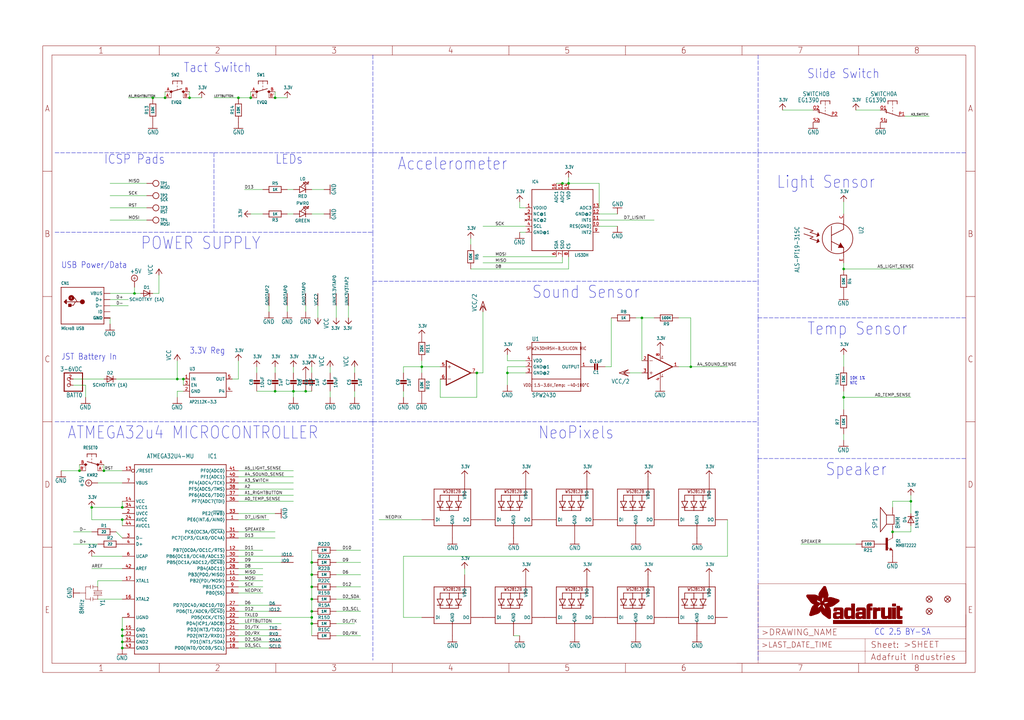
<source format=kicad_sch>
(kicad_sch (version 20211123) (generator eeschema)
  (paper "User" 425.45 299.161)
  (lib_symbols
    (symbol "schematicEagle-eagle-import:+5V" (power)
      (property "Value" "+5V" (at -1.905 3.175 0))
      (symbol "+5V_1_0"
        (pin power_in line (at 0 -2.54 90) (length 2.54) (name "+5V") (number "1"))
      )
    )
    (symbol "schematicEagle-eagle-import:3.3V" (power)
      (property "Value" "3.3V" (at -1.524 1.016 0))
      (symbol "3.3V_1_0"
        (pin power_in line (at 0 -2.54 90) (length 2.54) (name "3.3V") (number "1"))
      )
    )
    (symbol "schematicEagle-eagle-import:ACCEL_LIS3DHTR"
      (property "Reference" "U" (at -12.7 15.24 0))
      (property "Value" "ACCEL_LIS3DHTR" (at 5.08 -15.24 0))
      (symbol "ACCEL_LIS3DHTR_1_0"
        (pin power_in line (at -15.24 5.08 0) (length 2.54) (name "VDDIO") (number "1"))
        (pin bidirectional line (at 15.24 -2.54 180) (length 2.54) (name "RES(GND)") (number "10"))
        (pin output line (at 15.24 0 180) (length 2.54) (name "INT1") (number "11"))
        (pin power_in line (at 15.24 2.54 180) (length 2.54) (name "GND@2") (number "12"))
        (pin input line (at 15.24 5.08 180) (length 2.54) (name "ADC3") (number "13"))
        (pin power_in line (at 2.54 15.24 270) (length 2.54) (name "VDD") (number "14"))
        (pin input line (at 0 15.24 270) (length 2.54) (name "ADC2") (number "15"))
        (pin input line (at -2.54 15.24 270) (length 2.54) (name "ADC1") (number "16"))
        (pin no_connect line (at -15.24 2.54 0) (length 2.54) (name "NC@1") (number "2"))
        (pin no_connect line (at -15.24 0 0) (length 2.54) (name "NC@2") (number "3"))
        (pin bidirectional line (at -15.24 -2.54 0) (length 2.54) (name "SCL") (number "4"))
        (pin power_in line (at -15.24 -5.08 0) (length 2.54) (name "GND@1") (number "5"))
        (pin bidirectional line (at -2.54 -15.24 90) (length 2.54) (name "SDA") (number "6"))
        (pin bidirectional line (at 0 -15.24 90) (length 2.54) (name "SDO") (number "7"))
        (pin input line (at 2.54 -15.24 90) (length 2.54) (name "CS") (number "8"))
        (pin output line (at 15.24 -5.08 180) (length 2.54) (name "INT2") (number "9"))
      )
    )
    (symbol "schematicEagle-eagle-import:ATMEGA32U4-MU"
      (property "Reference" "IC" (at -17.78 -38.1 0))
      (property "Value" "ATMEGA32U4-MU" (at -5.08 45.72 0))
      (symbol "ATMEGA32U4-MU_1_0"
        (pin bidirectional line (at 25.4 22.86 180) (length 5.08) (name "PE6(INT.6/AIN0)") (number "1"))
        (pin bidirectional line (at 25.4 -2.54 180) (length 5.08) (name "PB2(PDI/MOSI)") (number "10"))
        (pin bidirectional line (at 25.4 0 180) (length 5.08) (name "PB3(PDO/MISO)") (number "11"))
        (pin bidirectional line (at 25.4 10.16 180) (length 5.08) (name "PB7(OC0A/OC1C/RTS)") (number "12"))
        (pin bidirectional inverted (at -22.86 43.18 0) (length 5.08) (name "/RESET") (number "13"))
        (pin bidirectional line (at -22.86 30.48 0) (length 5.08) (name "VCC") (number "14"))
        (pin bidirectional line (at -22.86 -22.86 0) (length 5.08) (name "GND") (number "15"))
        (pin bidirectional line (at -22.86 -10.16 0) (length 5.08) (name "XTAL2") (number "16"))
        (pin bidirectional line (at -22.86 -2.54 0) (length 5.08) (name "XTAL1") (number "17"))
        (pin bidirectional line (at 25.4 -30.48 180) (length 5.08) (name "PD0(INT0/OC0B/SCL)") (number "18"))
        (pin bidirectional line (at 25.4 -27.94 180) (length 5.08) (name "PD1(INT1/SDA)") (number "19"))
        (pin bidirectional line (at -22.86 25.4 0) (length 5.08) (name "UVCC") (number "2"))
        (pin bidirectional line (at 25.4 -25.4 180) (length 5.08) (name "PD2(INT2/RXD1)") (number "20"))
        (pin bidirectional line (at 25.4 -22.86 180) (length 5.08) (name "PD3(INT3/TXD1)") (number "21"))
        (pin bidirectional line (at 25.4 -17.78 180) (length 5.08) (name "PD5(XCK/CTS)") (number "22"))
        (pin bidirectional line (at -22.86 -25.4 0) (length 5.08) (name "GND1") (number "23"))
        (pin bidirectional line (at -22.86 22.86 0) (length 5.08) (name "AVCC") (number "24"))
        (pin bidirectional line (at 25.4 -20.32 180) (length 5.08) (name "PD4(ICP1/ADC8)") (number "25"))
        (pin bidirectional line (at 25.4 -15.24 180) (length 5.08) (name "PD6(T1/ADC9/~{OC4D})") (number "26"))
        (pin bidirectional line (at 25.4 -12.7 180) (length 5.08) (name "PD7(OC4D/ADC10/T0)") (number "27"))
        (pin bidirectional line (at 25.4 2.54 180) (length 5.08) (name "PB4(ADC11)") (number "28"))
        (pin bidirectional line (at 25.4 5.08 180) (length 5.08) (name "PB5(OC1A/ADC12/~{OC4B})") (number "29"))
        (pin bidirectional line (at -22.86 15.24 0) (length 5.08) (name "D-") (number "3"))
        (pin bidirectional line (at 25.4 7.62 180) (length 5.08) (name "PB6(OC1B/OC4B/ADC13)") (number "30"))
        (pin bidirectional line (at 25.4 17.78 180) (length 5.08) (name "PC6(OC3A/~{OC4A})") (number "31"))
        (pin bidirectional line (at 25.4 15.24 180) (length 5.08) (name "PC7(ICP3/CLK0/OC4A)") (number "32"))
        (pin bidirectional line (at 25.4 25.4 180) (length 5.08) (name "PE2(~{HWB})") (number "33"))
        (pin bidirectional line (at -22.86 27.94 0) (length 5.08) (name "VCC1") (number "34"))
        (pin bidirectional line (at -22.86 -27.94 0) (length 5.08) (name "GND2") (number "35"))
        (pin bidirectional line (at 25.4 30.48 180) (length 5.08) (name "PF7(ADC7(TDI)") (number "36"))
        (pin bidirectional line (at 25.4 33.02 180) (length 5.08) (name "PF6(ADC6/TDO)") (number "37"))
        (pin bidirectional line (at 25.4 35.56 180) (length 5.08) (name "PF5(ADC5/TMS)") (number "38"))
        (pin bidirectional line (at 25.4 38.1 180) (length 5.08) (name "PF4(ADC4/TCK)") (number "39"))
        (pin bidirectional line (at -22.86 12.7 0) (length 5.08) (name "D+") (number "4"))
        (pin bidirectional line (at 25.4 40.64 180) (length 5.08) (name "PF1(ADC1)") (number "40"))
        (pin bidirectional line (at 25.4 43.18 180) (length 5.08) (name "PF0(ADC0)") (number "41"))
        (pin bidirectional line (at -22.86 2.54 0) (length 5.08) (name "AREF") (number "42"))
        (pin bidirectional line (at -22.86 -30.48 0) (length 5.08) (name "GND3") (number "43"))
        (pin bidirectional line (at -22.86 20.32 0) (length 5.08) (name "AVCC1") (number "44"))
        (pin bidirectional line (at -22.86 -17.78 0) (length 5.08) (name "UGND") (number "5"))
        (pin bidirectional line (at -22.86 7.62 0) (length 5.08) (name "UCAP") (number "6"))
        (pin bidirectional line (at -22.86 38.1 0) (length 5.08) (name "VBUS") (number "7"))
        (pin bidirectional line (at 25.4 -7.62 180) (length 5.08) (name "PB0(SS)") (number "8"))
        (pin bidirectional line (at 25.4 -5.08 180) (length 5.08) (name "PB1(SCK)") (number "9"))
      )
    )
    (symbol "schematicEagle-eagle-import:CAP_CERAMIC0603_NO"
      (property "Reference" "C" (at -2.29 1.25 90))
      (property "Value" "CAP_CERAMIC0603_NO" (at 2.3 1.25 90))
      (symbol "CAP_CERAMIC0603_NO_1_0"
        (pin passive line (at 0 5.08 270) (length 2.54) (name "1") (number "1"))
        (pin passive line (at 0 -2.54 90) (length 2.54) (name "2") (number "2"))
      )
    )
    (symbol "schematicEagle-eagle-import:CAP_CERAMIC0805-NOOUTLINE"
      (property "Reference" "C" (at -2.29 1.25 90))
      (property "Value" "CAP_CERAMIC0805-NOOUTLINE" (at 2.3 1.25 90))
      (symbol "CAP_CERAMIC0805-NOOUTLINE_1_0"
        (pin passive line (at 0 5.08 270) (length 2.54) (name "1") (number "1"))
        (pin passive line (at 0 -2.54 90) (length 2.54) (name "2") (number "2"))
      )
    )
    (symbol "schematicEagle-eagle-import:CON_JST_PH_2PIN"
      (property "Reference" "X" (at -6.35 5.715 0))
      (property "Value" "CON_JST_PH_2PIN" (at -6.35 -5.08 0))
      (symbol "CON_JST_PH_2PIN_1_0"
        (pin passive inverted (at -2.54 2.54 0) (length 2.54) (name "1") (number "1"))
        (pin passive inverted (at -2.54 0 0) (length 2.54) (name "2") (number "2"))
      )
    )
    (symbol "schematicEagle-eagle-import:DIODESOD-123"
      (property "Reference" "D" (at 0 2.54 0))
      (property "Value" "DIODESOD-123" (at 0 -2.5 0))
      (symbol "DIODESOD-123_1_0"
        (pin passive line (at -2.54 0 0) (length 2.54) (name "A") (number "A"))
        (pin passive line (at 2.54 0 180) (length 2.54) (name "C") (number "C"))
      )
    )
    (symbol "schematicEagle-eagle-import:DIODESOD-323"
      (property "Reference" "D" (at 0 2.54 0))
      (property "Value" "DIODESOD-323" (at 0 -2.5 0))
      (symbol "DIODESOD-323_1_0"
        (pin passive line (at -2.54 0 0) (length 2.54) (name "A") (number "A"))
        (pin passive line (at 2.54 0 180) (length 2.54) (name "C") (number "C"))
      )
    )
    (symbol "schematicEagle-eagle-import:DPDT-EG1390"
      (property "Reference" "SW" (at -8.255 -1.905 90))
      (property "Value" "DPDT-EG1390" (at -5.715 2.54 90))
      (symbol "DPDT-EG1390_1_0"
        (pin passive line (at -2.54 5.08 270) (length 2.54) (name "O") (number "O1"))
        (pin passive line (at 0 -5.08 90) (length 2.54) (name "P") (number "P1"))
        (pin passive line (at 2.54 5.08 270) (length 2.54) (name "S") (number "S1"))
      )
      (symbol "DPDT-EG1390_2_0"
        (pin passive line (at -2.54 5.08 270) (length 2.54) (name "O") (number "O2"))
        (pin passive line (at 0 -5.08 90) (length 2.54) (name "P") (number "P2"))
        (pin passive line (at 2.54 5.08 270) (length 2.54) (name "S") (number "S2"))
      )
    )
    (symbol "schematicEagle-eagle-import:FIDUCIAL{dblquote}{dblquote}")
    (symbol "schematicEagle-eagle-import:FRAME_A3_ADAFRUIT"
      (symbol "FRAME_A3_ADAFRUIT_0_0"
        (text "1" (at 24.2094 1.905 0) (effects (font (size 2.54 2.286))))
        (text "1" (at 24.2094 258.445 0) (effects (font (size 2.54 2.286))))
        (text "2" (at 72.6281 1.905 0) (effects (font (size 2.54 2.286))))
        (text "2" (at 72.6281 258.445 0) (effects (font (size 2.54 2.286))))
        (text "3" (at 121.0469 1.905 0) (effects (font (size 2.54 2.286))))
        (text "3" (at 121.0469 258.445 0) (effects (font (size 2.54 2.286))))
        (text "4" (at 169.4656 1.905 0) (effects (font (size 2.54 2.286))))
        (text "4" (at 169.4656 258.445 0) (effects (font (size 2.54 2.286))))
        (text "5" (at 217.8844 1.905 0) (effects (font (size 2.54 2.286))))
        (text "5" (at 217.8844 258.445 0) (effects (font (size 2.54 2.286))))
        (text "6" (at 266.3031 1.905 0) (effects (font (size 2.54 2.286))))
        (text "6" (at 266.3031 258.445 0) (effects (font (size 2.54 2.286))))
        (text "7" (at 314.7219 1.905 0) (effects (font (size 2.54 2.286))))
        (text "7" (at 314.7219 258.445 0) (effects (font (size 2.54 2.286))))
        (text "8" (at 363.1406 1.905 0) (effects (font (size 2.54 2.286))))
        (text "8" (at 363.1406 258.445 0) (effects (font (size 2.54 2.286))))
        (text "A" (at 1.905 234.315 0) (effects (font (size 2.54 2.286))))
        (text "A" (at 385.445 234.315 0) (effects (font (size 2.54 2.286))))
        (text "B" (at 1.905 182.245 0) (effects (font (size 2.54 2.286))))
        (text "B" (at 385.445 182.245 0) (effects (font (size 2.54 2.286))))
        (text "C" (at 1.905 130.175 0) (effects (font (size 2.54 2.286))))
        (text "C" (at 385.445 130.175 0) (effects (font (size 2.54 2.286))))
        (text "D" (at 1.905 78.105 0) (effects (font (size 2.54 2.286))))
        (text "D" (at 385.445 78.105 0) (effects (font (size 2.54 2.286))))
        (text "E" (at 1.905 26.035 0) (effects (font (size 2.54 2.286))))
        (text "E" (at 385.445 26.035 0) (effects (font (size 2.54 2.286))))
      )
      (symbol "FRAME_A3_ADAFRUIT_1_0"
        (text ">DRAWING_NAME" (at 298.45 15.24 0) (effects (font (size 2.54 2.54)) (justify left bottom)))
        (text ">LAST_DATE_TIME" (at 298.45 10.16 0) (effects (font (size 2.286 2.286)) (justify left bottom)))
        (text ">SHEET" (at 357.505 10.16 0) (effects (font (size 2.54 2.54)) (justify left bottom)))
        (text "Adafruit Industries" (at 343.916 4.953 0) (effects (font (size 2.54 2.54)) (justify left bottom)))
        (text "Sheet:" (at 343.916 10.033 0) (effects (font (size 2.54 2.54)) (justify left bottom)))
      )
    )
    (symbol "schematicEagle-eagle-import:GND" (power)
      (property "Value" "GND" (at -2.54 -2.54 0))
      (symbol "GND_1_0"
        (pin power_in line (at 0 2.54 270) (length 2.54) (name "GND") (number "1"))
      )
    )
    (symbol "schematicEagle-eagle-import:LED0805_NOOUTLINE"
      (property "Reference" "D" (at -1.27 4.445 0))
      (property "Value" "LED0805_NOOUTLINE" (at -1.27 -2.794 0))
      (symbol "LED0805_NOOUTLINE_1_0"
        (pin passive line (at -5.08 0 0) (length 2.54) (name "A") (number "A"))
        (pin passive line (at 2.54 0 180) (length 2.54) (name "C") (number "C"))
      )
    )
    (symbol "schematicEagle-eagle-import:LIGHT_ALS-PT19-315C"
      (property "Reference" "U" (at 8.89 5.08 90))
      (property "Value" "LIGHT_ALS-PT19-315C" (at -17.78 5.08 90))
      (symbol "LIGHT_ALS-PT19-315C_1_0"
        (pin bidirectional line (at 2.54 10.16 270) (length 2.54) (name "C") (number "C"))
        (pin bidirectional line (at 2.54 -10.16 90) (length 2.54) (name "E") (number "E"))
      )
    )
    (symbol "schematicEagle-eagle-import:LMV358?MM"
      (symbol "LMV358?MM_1_0"
        (pin output line (at 7.62 0 180) (length 2.54) (name "OUT") (number "1"))
        (pin input line (at -7.62 -2.54 0) (length 2.54) (name "-IN") (number "2"))
        (pin input line (at -7.62 2.54 0) (length 2.54) (name "+IN") (number "3"))
      )
      (symbol "LMV358?MM_2_0"
        (pin input line (at -7.62 2.54 0) (length 2.54) (name "+IN") (number "5"))
        (pin input line (at -7.62 -2.54 0) (length 2.54) (name "-IN") (number "6"))
        (pin output line (at 7.62 0 180) (length 2.54) (name "OUT") (number "7"))
      )
      (symbol "LMV358?MM_3_0"
        (text "V+" (at 1.27 3.175 900) (effects (font (size 0.8128 0.6908)) (justify left bottom)))
        (text "V-" (at 1.27 -4.445 900) (effects (font (size 0.8128 0.6908)) (justify left bottom)))
        (pin power_in line (at 0 -7.62 90) (length 5.08) (name "V-") (number "4"))
        (pin power_in line (at 0 7.62 270) (length 5.08) (name "V+") (number "8"))
      )
    )
    (symbol "schematicEagle-eagle-import:RESISTOR_0402"
      (property "Reference" "R" (at 0 2.54 0))
      (property "Value" "RESISTOR_0402" (at 0 0 0))
      (symbol "RESISTOR_0402_1_0"
        (pin passive line (at -5.08 0 0) (length 2.54) (name "1") (number "1"))
        (pin passive line (at 5.08 0 180) (length 2.54) (name "2") (number "2"))
      )
    )
    (symbol "schematicEagle-eagle-import:RESISTOR_0603_NOOUT"
      (property "Reference" "R" (at 0 2.54 0))
      (property "Value" "RESISTOR_0603_NOOUT" (at 0 0 0))
      (symbol "RESISTOR_0603_NOOUT_1_0"
        (pin passive line (at -5.08 0 0) (length 2.54) (name "1") (number "1"))
        (pin passive line (at 5.08 0 180) (length 2.54) (name "2") (number "2"))
      )
    )
    (symbol "schematicEagle-eagle-import:RESISTOR_4PACK_NO"
      (property "Reference" "R" (at 0 2.54 0))
      (property "Value" "RESISTOR_4PACK_NO" (at 0 0 0))
      (symbol "RESISTOR_4PACK_NO_1_0"
        (pin passive line (at -5.08 0 0) (length 2.54) (name "1") (number "1"))
        (pin passive line (at 5.08 0 180) (length 2.54) (name "2") (number "8"))
      )
      (symbol "RESISTOR_4PACK_NO_2_0"
        (pin passive line (at -5.08 0 0) (length 2.54) (name "1") (number "2"))
        (pin passive line (at 5.08 0 180) (length 2.54) (name "2") (number "7"))
      )
      (symbol "RESISTOR_4PACK_NO_3_0"
        (pin passive line (at -5.08 0 0) (length 2.54) (name "1") (number "3"))
        (pin passive line (at 5.08 0 180) (length 2.54) (name "2") (number "6"))
      )
      (symbol "RESISTOR_4PACK_NO_4_0"
        (pin passive line (at -5.08 0 0) (length 2.54) (name "1") (number "4"))
        (pin passive line (at 5.08 0 180) (length 2.54) (name "2") (number "5"))
      )
    )
    (symbol "schematicEagle-eagle-import:RESONATORSMD"
      (property "Reference" "Y" (at 2.54 1.016 0))
      (property "Value" "RESONATORSMD" (at 2.54 -7.62 0))
      (symbol "RESONATORSMD_1_0"
        (pin passive line (at -2.54 0 0) (length 0) (name "1") (number "1"))
        (pin passive line (at 0 -7.62 90) (length 0) (name "2") (number "2"))
        (pin passive line (at 2.54 0 180) (length 0) (name "3") (number "3"))
      )
    )
    (symbol "schematicEagle-eagle-import:SEWTAP-ALLIGATOR"
      (property "Reference" "TP" (at 0 0 0))
      (symbol "SEWTAP-ALLIGATOR_1_0"
        (pin bidirectional line (at 0 0 0) (length 5.08) (name "SEW") (number "P$1"))
      )
    )
    (symbol "schematicEagle-eagle-import:SPEAKER_BUZZER5MM"
      (property "Reference" "SP" (at -3.81 6.35 0))
      (property "Value" "SPEAKER_BUZZER5MM" (at -3.81 -3.175 0))
      (symbol "SPEAKER_BUZZER5MM_1_0"
        (pin passive line (at -5.08 0 0) (length 2.54) (name "+") (number "+"))
        (pin passive line (at 5.08 0 180) (length 2.54) (name "-") (number "-"))
      )
    )
    (symbol "schematicEagle-eagle-import:SPW2430HR5H-B"
      (property "Reference" "U" (at -10.16 10.668 0))
      (property "Value" "SPW2430HR5H-B" (at -10.16 -12.7 0))
      (symbol "SPW2430HR5H-B_1_0"
        (text "SPW2430HR5H-B_SILICON MIC" (at 0 7.62 0) (effects (font (size 1.27 1.0795))))
        (text "VDD: 1.5-3.6V_Temp: -40~100°C" (at 0 -7.62 0) (effects (font (size 1.27 1.0795))))
        (pin output line (at 12.7 0 180) (length 2.54) (name "OUTPUT") (number "1"))
        (pin power_in line (at -12.7 0 0) (length 2.54) (name "GND@1") (number "2"))
        (pin power_in line (at -12.7 -2.54 0) (length 2.54) (name "GND@2") (number "3"))
        (pin power_in line (at -12.7 2.54 0) (length 2.54) (name "VDD") (number "4"))
      )
    )
    (symbol "schematicEagle-eagle-import:SWITCH_TACT_SMT4.6X2.8"
      (property "Reference" "SW" (at -2.54 6.35 0))
      (property "Value" "SWITCH_TACT_SMT4.6X2.8" (at -2.54 -5.08 0))
      (symbol "SWITCH_TACT_SMT4.6X2.8_1_0"
        (pin passive line (at -5.08 0 0) (length 2.54) (name "P") (number "A"))
        (pin passive line (at -5.08 -2.54 0) (length 2.54) (name "P1") (number "A'"))
        (pin passive line (at 5.08 0 180) (length 2.54) (name "S") (number "B"))
        (pin passive line (at 5.08 -2.54 180) (length 2.54) (name "S1") (number "B'"))
      )
    )
    (symbol "schematicEagle-eagle-import:SWITCH_TACT_SMT_EVQQ2_SMALL"
      (property "Reference" "SW" (at -2.54 6.35 0))
      (property "Value" "SWITCH_TACT_SMT_EVQQ2_SMALL" (at -2.54 -5.08 0))
      (symbol "SWITCH_TACT_SMT_EVQQ2_SMALL_1_0"
        (pin passive line (at -5.08 0 0) (length 2.54) (name "P") (number "A"))
        (pin passive line (at -5.08 -2.54 0) (length 2.54) (name "P1") (number "A'"))
        (pin passive line (at 5.08 0 180) (length 2.54) (name "S") (number "B"))
        (pin passive line (at 5.08 -2.54 180) (length 2.54) (name "S1") (number "B'"))
      )
    )
    (symbol "schematicEagle-eagle-import:TESTPOINTROUND1.5MM"
      (property "Reference" "TP" (at 0 5.588 90))
      (property "Value" "TESTPOINTROUND1.5MM" (at 1.651 5.588 90))
      (symbol "TESTPOINTROUND1.5MM_1_0"
        (pin bidirectional line (at 0 0 90) (length 2.54) (name "P$1") (number "P$1"))
      )
    )
    (symbol "schematicEagle-eagle-import:TRANSISTOR_NPNWIDE"
      (property "Reference" "Q" (at 1.27 0.635 0))
      (property "Value" "TRANSISTOR_NPNWIDE" (at 1.27 -1.27 0))
      (symbol "TRANSISTOR_NPNWIDE_1_0"
        (pin passive line (at -5.08 0 0) (length 2.54) (name "B") (number "1"))
        (pin passive line (at 0 -5.08 90) (length 2.54) (name "E") (number "2"))
        (pin passive line (at 0 5.08 270) (length 2.54) (name "C") (number "3"))
      )
    )
    (symbol "schematicEagle-eagle-import:USB_MICRO_20329_V2"
      (property "Reference" "X" (at -10.16 8.636 0))
      (property "Value" "USB_MICRO_20329_V2" (at -10.16 -10.16 0))
      (symbol "USB_MICRO_20329_V2_1_0"
        (pin power_in line (at 10.16 -5.08 180) (length 2.54) (name "GND") (number "BASE@1"))
        (pin power_in line (at 10.16 -5.08 180) (length 2.54) (name "GND") (number "BASE@2"))
        (pin bidirectional line (at 10.16 2.54 180) (length 2.54) (name "D+") (number "D+"))
        (pin bidirectional line (at 10.16 0 180) (length 2.54) (name "D-") (number "D-"))
        (pin power_in line (at 10.16 -5.08 180) (length 2.54) (name "GND") (number "GND"))
        (pin bidirectional line (at 10.16 -2.54 180) (length 2.54) (name "ID") (number "ID"))
        (pin power_in line (at 10.16 -5.08 180) (length 2.54) (name "GND") (number "SPRT@1"))
        (pin power_in line (at 10.16 -5.08 180) (length 2.54) (name "GND") (number "SPRT@2"))
        (pin power_in line (at 10.16 -5.08 180) (length 2.54) (name "GND") (number "SPRT@3"))
        (pin power_in line (at 10.16 -5.08 180) (length 2.54) (name "GND") (number "SPRT@4"))
        (pin power_in line (at 10.16 5.08 180) (length 2.54) (name "VBUS") (number "VBUS"))
      )
    )
    (symbol "schematicEagle-eagle-import:VCC" (power)
      (property "Value" "VCC" (at -2.54 -2.54 90))
      (symbol "VCC_1_0"
        (pin power_in line (at 0 -2.54 90) (length 2.54) (name "VCC") (number "1"))
      )
    )
    (symbol "schematicEagle-eagle-import:VCC{slash}2" (power)
      (property "Value" "VCC{slash}2" (at -2.54 -2.54 90))
      (symbol "VCC{slash}2_1_0"
        (pin power_in line (at 0 -2.54 90) (length 2.54) (name "VCC/2") (number "1"))
      )
    )
    (symbol "schematicEagle-eagle-import:VREG_SOT23-5"
      (property "Reference" "U" (at -7.62 6.096 0))
      (property "Value" "VREG_SOT23-5" (at -7.62 -7.62 0))
      (symbol "VREG_SOT23-5_1_0"
        (pin power_in line (at -10.16 2.54 0) (length 2.54) (name "IN") (number "1"))
        (pin power_in line (at -10.16 -2.54 0) (length 2.54) (name "GND") (number "2"))
        (pin input line (at -10.16 0 0) (length 2.54) (name "EN") (number "3"))
        (pin bidirectional line (at 10.16 -2.54 180) (length 2.54) (name "P4") (number "4"))
        (pin power_in line (at 10.16 2.54 180) (length 2.54) (name "OUT") (number "5"))
      )
    )
    (symbol "schematicEagle-eagle-import:WS2812B3535"
      (symbol "WS2812B3535_1_0"
        (text "WS2812B" (at -4.064 8.382 0) (effects (font (size 1.27 1.0795)) (justify left bottom)))
        (pin input line (at -12.7 -2.54 0) (length 5.08) (name "DI") (number "1"))
        (pin power_in line (at 5.08 15.24 270) (length 5.08) (name "VDD") (number "2"))
        (pin output line (at 12.7 -2.54 180) (length 5.08) (name "DO") (number "3"))
        (pin power_in line (at 0 -10.16 90) (length 5.08) (name "GND") (number "4"))
      )
    )
  )
  (junction (at 129.54 248.92))
  (junction (at 50.8 269.24))
  (junction (at 129.54 256.54))
  (junction (at 114.3 162.56))
  (junction (at 50.8 210.82))
  (junction (at 350.52 111.76))
  (junction (at 129.54 259.08))
  (junction (at 38.1 210.82))
  (junction (at 76.2 157.48))
  (junction (at 50.8 215.9))
  (junction (at 175.26 152.4))
  (junction (at 129.54 243.84))
  (junction (at 63.5 40.64))
  (junction (at 78.74 40.64))
  (junction (at 43.18 195.58))
  (junction (at 233.68 76.2))
  (junction (at 266.7 132.08))
  (junction (at 129.54 233.68))
  (junction (at 210.82 154.94))
  (junction (at 50.8 261.62))
  (junction (at 350.52 165.1))
  (junction (at 129.54 238.76))
  (junction (at 378.46 208.28))
  (junction (at 287.02 152.4))
  (junction (at 127 162.56))
  (junction (at 50.8 264.16))
  (junction (at 50.8 266.7))
  (junction (at 236.22 76.2))
  (junction (at 99.06 40.64))
  (junction (at 104.14 40.64))
  (junction (at 55.88 121.92))
  (junction (at 198.12 154.94))
  (junction (at 68.58 40.64))
  (junction (at 114.3 40.64))
  (junction (at 370.84 220.98))
  (junction (at 121.92 162.56))
  (junction (at 73.66 157.48))
  (junction (at 33.02 195.58))
  (junction (at 129.54 254))
  (wire (pts (xy 45.72 91.44) (xy 60.96 91.44)))
  (wire (pts (xy 218.44 149.86) (xy 210.82 149.86)))
  (wire (pts (xy 175.26 152.4) (xy 182.88 152.4)))
  (polyline (pts (xy 314.96 132.08) (xy 314.96 175.26)))
  (wire (pts (xy 129.54 152.4) (xy 129.54 154.94)))
  (wire (pts (xy 236.22 73.66) (xy 236.22 76.2)))
  (wire (pts (xy 139.7 264.16) (xy 149.86 264.16)))
  (wire (pts (xy 99.06 205.74) (xy 121.92 205.74)))
  (wire (pts (xy 99.06 208.28) (xy 121.92 208.28)))
  (wire (pts (xy 355.6 226.06) (xy 332.74 226.06)))
  (wire (pts (xy 378.46 220.98) (xy 378.46 218.44)))
  (wire (pts (xy 193.04 238.76) (xy 193.04 236.22)))
  (wire (pts (xy 129.54 78.74) (xy 134.62 78.74)))
  (wire (pts (xy 99.06 233.68) (xy 116.84 233.68)))
  (polyline (pts (xy 314.96 63.5) (xy 314.96 116.84)))
  (wire (pts (xy 78.74 40.64) (xy 83.82 40.64)))
  (wire (pts (xy 38.1 236.22) (xy 50.8 236.22)))
  (wire (pts (xy 129.54 243.84) (xy 129.54 248.92)))
  (wire (pts (xy 129.54 256.54) (xy 129.54 259.08)))
  (wire (pts (xy 350.52 182.88) (xy 350.52 180.34)))
  (wire (pts (xy 210.82 152.4) (xy 210.82 154.94)))
  (wire (pts (xy 99.06 220.98) (xy 114.3 220.98)))
  (wire (pts (xy 99.06 254) (xy 111.76 254)))
  (wire (pts (xy 99.06 256.54) (xy 129.54 256.54)))
  (wire (pts (xy 99.06 203.2) (xy 121.92 203.2)))
  (wire (pts (xy 195.58 111.76) (xy 236.22 111.76)))
  (wire (pts (xy 182.88 165.1) (xy 198.12 165.1)))
  (wire (pts (xy 129.54 228.6) (xy 129.54 233.68)))
  (wire (pts (xy 213.36 264.16) (xy 215.9 264.16)))
  (wire (pts (xy 99.06 228.6) (xy 109.22 228.6)))
  (wire (pts (xy 114.3 162.56) (xy 106.68 162.56)))
  (wire (pts (xy 40.64 241.3) (xy 40.64 243.84)))
  (wire (pts (xy 48.26 157.48) (xy 73.66 157.48)))
  (wire (pts (xy 45.72 132.08) (xy 45.72 134.62)))
  (wire (pts (xy 350.52 147.32) (xy 350.52 152.4)))
  (wire (pts (xy 175.26 256.54) (xy 167.64 256.54)))
  (wire (pts (xy 236.22 106.68) (xy 236.22 111.76)))
  (wire (pts (xy 175.26 215.9) (xy 157.48 215.9)))
  (wire (pts (xy 68.58 40.64) (xy 63.5 40.64)))
  (wire (pts (xy 104.14 38.1) (xy 104.14 40.64)))
  (wire (pts (xy 350.52 88.9) (xy 350.52 83.82)))
  (wire (pts (xy 210.82 154.94) (xy 210.82 160.02)))
  (wire (pts (xy 73.66 162.56) (xy 76.2 162.56)))
  (wire (pts (xy 50.8 200.66) (xy 40.64 200.66)))
  (wire (pts (xy 302.26 231.14) (xy 302.26 215.9)))
  (wire (pts (xy 99.06 241.3) (xy 109.22 241.3)))
  (polyline (pts (xy 314.96 175.26) (xy 314.96 190.5)))
  (wire (pts (xy 99.06 246.38) (xy 109.22 246.38)))
  (wire (pts (xy 50.8 264.16) (xy 50.8 266.7)))
  (wire (pts (xy 50.8 261.62) (xy 50.8 264.16)))
  (wire (pts (xy 127 162.56) (xy 121.92 162.56)))
  (polyline (pts (xy 154.94 22.86) (xy 154.94 63.5)))
  (wire (pts (xy 378.46 208.28) (xy 378.46 205.74)))
  (wire (pts (xy 99.06 261.62) (xy 111.76 261.62)))
  (wire (pts (xy 167.64 165.1) (xy 167.64 162.56)))
  (wire (pts (xy 198.12 165.1) (xy 198.12 154.94)))
  (wire (pts (xy 43.18 193.04) (xy 43.18 195.58)))
  (polyline (pts (xy 154.94 116.84) (xy 154.94 175.26)))
  (wire (pts (xy 370.84 208.28) (xy 378.46 208.28)))
  (polyline (pts (xy 154.94 175.26) (xy 154.94 274.32)))
  (wire (pts (xy 231.14 106.68) (xy 200.66 106.68)))
  (wire (pts (xy 129.54 254) (xy 129.54 256.54)))
  (wire (pts (xy 50.8 218.44) (xy 50.8 215.9)))
  (wire (pts (xy 33.02 193.04) (xy 33.02 195.58)))
  (wire (pts (xy 175.26 152.4) (xy 175.26 154.94)))
  (wire (pts (xy 215.9 96.52) (xy 218.44 96.52)))
  (wire (pts (xy 58.42 121.92) (xy 55.88 121.92)))
  (wire (pts (xy 218.44 154.94) (xy 210.82 154.94)))
  (wire (pts (xy 63.5 121.92) (xy 66.04 121.92)))
  (polyline (pts (xy 314.96 190.5) (xy 401.32 190.5)))
  (wire (pts (xy 129.54 162.56) (xy 127 162.56)))
  (wire (pts (xy 40.64 241.3) (xy 50.8 241.3)))
  (polyline (pts (xy 88.9 63.5) (xy 88.9 96.52)))
  (wire (pts (xy 137.16 152.4) (xy 137.16 154.94)))
  (wire (pts (xy 248.92 86.36) (xy 248.92 76.2)))
  (polyline (pts (xy 154.94 175.26) (xy 314.96 175.26)))
  (wire (pts (xy 99.06 195.58) (xy 121.92 195.58)))
  (wire (pts (xy 139.7 254) (xy 149.86 254)))
  (wire (pts (xy 99.06 259.08) (xy 116.84 259.08)))
  (wire (pts (xy 60.96 86.36) (xy 45.72 86.36)))
  (wire (pts (xy 233.68 76.2) (xy 231.14 76.2)))
  (wire (pts (xy 99.06 264.16) (xy 111.76 264.16)))
  (wire (pts (xy 119.38 78.74) (xy 121.92 78.74)))
  (polyline (pts (xy 314.96 63.5) (xy 401.32 63.5)))
  (polyline (pts (xy 88.9 63.5) (xy 154.94 63.5)))
  (wire (pts (xy 350.52 165.1) (xy 350.52 162.56)))
  (wire (pts (xy 119.38 88.9) (xy 121.92 88.9)))
  (wire (pts (xy 175.26 149.86) (xy 175.26 152.4)))
  (wire (pts (xy 66.04 121.92) (xy 66.04 114.3)))
  (wire (pts (xy 30.48 160.02) (xy 35.56 160.02)))
  (wire (pts (xy 38.1 215.9) (xy 38.1 210.82)))
  (wire (pts (xy 99.06 215.9) (xy 111.76 215.9)))
  (wire (pts (xy 350.52 111.76) (xy 378.46 111.76)))
  (wire (pts (xy 76.2 160.02) (xy 76.2 157.48)))
  (wire (pts (xy 114.3 40.64) (xy 119.38 40.64)))
  (wire (pts (xy 50.8 266.7) (xy 50.8 269.24)))
  (wire (pts (xy 99.06 149.86) (xy 99.06 157.48)))
  (wire (pts (xy 50.8 215.9) (xy 38.1 215.9)))
  (wire (pts (xy 350.52 165.1) (xy 378.46 165.1)))
  (wire (pts (xy 99.06 243.84) (xy 109.22 243.84)))
  (wire (pts (xy 99.06 238.76) (xy 109.22 238.76)))
  (wire (pts (xy 139.7 233.68) (xy 149.86 233.68)))
  (wire (pts (xy 48.26 220.98) (xy 50.8 223.52)))
  (wire (pts (xy 99.06 223.52) (xy 114.3 223.52)))
  (polyline (pts (xy 22.86 175.26) (xy 154.94 175.26)))
  (wire (pts (xy 350.52 111.76) (xy 350.52 109.22)))
  (wire (pts (xy 287.02 152.4) (xy 302.26 152.4)))
  (wire (pts (xy 38.1 210.82) (xy 50.8 210.82)))
  (wire (pts (xy 129.54 259.08) (xy 129.54 264.16)))
  (wire (pts (xy 73.66 162.56) (xy 73.66 165.1)))
  (wire (pts (xy 129.54 233.68) (xy 129.54 238.76)))
  (wire (pts (xy 355.6 45.72) (xy 365.76 45.72)))
  (wire (pts (xy 182.88 157.48) (xy 182.88 165.1)))
  (wire (pts (xy 248.92 76.2) (xy 236.22 76.2)))
  (wire (pts (xy 63.5 40.64) (xy 53.34 40.64)))
  (wire (pts (xy 60.96 81.28) (xy 45.72 81.28)))
  (wire (pts (xy 78.74 38.1) (xy 78.74 40.64)))
  (wire (pts (xy 35.56 160.02) (xy 35.56 165.1)))
  (wire (pts (xy 139.7 243.84) (xy 149.86 243.84)))
  (wire (pts (xy 261.62 154.94) (xy 266.7 154.94)))
  (polyline (pts (xy 314.96 116.84) (xy 314.96 132.08)))
  (wire (pts (xy 139.7 132.08) (xy 139.7 127)))
  (wire (pts (xy 114.3 38.1) (xy 114.3 40.64)))
  (wire (pts (xy 68.58 38.1) (xy 68.58 40.64)))
  (wire (pts (xy 45.72 121.92) (xy 55.88 121.92)))
  (wire (pts (xy 45.72 124.46) (xy 53.34 124.46)))
  (wire (pts (xy 129.54 248.92) (xy 129.54 254)))
  (wire (pts (xy 121.92 162.56) (xy 114.3 162.56)))
  (wire (pts (xy 99.06 266.7) (xy 111.76 266.7)))
  (wire (pts (xy 147.32 154.94) (xy 147.32 152.4)))
  (wire (pts (xy 233.68 109.22) (xy 200.66 109.22)))
  (wire (pts (xy 114.3 213.36) (xy 99.06 213.36)))
  (wire (pts (xy 55.88 119.38) (xy 55.88 121.92)))
  (polyline (pts (xy 22.86 63.5) (xy 88.9 63.5)))
  (polyline (pts (xy 22.86 96.52) (xy 88.9 96.52)))
  (wire (pts (xy 218.44 86.36) (xy 215.9 86.36)))
  (wire (pts (xy 287.02 132.08) (xy 287.02 152.4)))
  (wire (pts (xy 378.46 213.36) (xy 378.46 208.28)))
  (wire (pts (xy 147.32 162.56) (xy 147.32 165.1)))
  (wire (pts (xy 99.06 236.22) (xy 109.22 236.22)))
  (wire (pts (xy 99.06 157.48) (xy 96.52 157.48)))
  (wire (pts (xy 121.92 200.66) (xy 99.06 200.66)))
  (wire (pts (xy 325.12 45.72) (xy 337.82 45.72)))
  (wire (pts (xy 30.48 226.06) (xy 40.64 226.06)))
  (wire (pts (xy 350.52 170.18) (xy 350.52 165.1)))
  (wire (pts (xy 218.44 152.4) (xy 210.82 152.4)))
  (wire (pts (xy 127 129.54) (xy 127 127)))
  (wire (pts (xy 111.76 251.46) (xy 99.06 251.46)))
  (wire (pts (xy 375.92 48.26) (xy 386.08 48.26)))
  (wire (pts (xy 195.58 101.6) (xy 195.58 99.06)))
  (wire (pts (xy 281.94 132.08) (xy 287.02 132.08)))
  (wire (pts (xy 139.7 228.6) (xy 149.86 228.6)))
  (polyline (pts (xy 154.94 63.5) (xy 154.94 96.52)))
  (wire (pts (xy 370.84 220.98) (xy 378.46 220.98)))
  (polyline (pts (xy 314.96 132.08) (xy 401.32 132.08)))
  (wire (pts (xy 109.22 78.74) (xy 101.6 78.74)))
  (wire (pts (xy 132.08 127) (xy 132.08 132.08)))
  (wire (pts (xy 167.64 152.4) (xy 167.64 154.94)))
  (wire (pts (xy 114.3 152.4) (xy 114.3 154.94)))
  (wire (pts (xy 73.66 157.48) (xy 73.66 149.86)))
  (wire (pts (xy 198.12 154.94) (xy 200.66 154.94)))
  (wire (pts (xy 210.82 149.86) (xy 210.82 147.32)))
  (wire (pts (xy 30.48 220.98) (xy 38.1 220.98)))
  (wire (pts (xy 236.22 76.2) (xy 233.68 76.2)))
  (wire (pts (xy 106.68 152.4) (xy 106.68 154.94)))
  (wire (pts (xy 119.38 129.54) (xy 119.38 127)))
  (wire (pts (xy 50.8 248.92) (xy 40.64 248.92)))
  (wire (pts (xy 266.7 132.08) (xy 271.78 132.08)))
  (wire (pts (xy 215.9 86.36) (xy 215.9 83.82)))
  (wire (pts (xy 121.92 165.1) (xy 121.92 162.56)))
  (wire (pts (xy 218.44 93.98) (xy 200.66 93.98)))
  (wire (pts (xy 144.78 132.08) (xy 144.78 127)))
  (wire (pts (xy 99.06 269.24) (xy 111.76 269.24)))
  (wire (pts (xy 139.7 248.92) (xy 149.86 248.92)))
  (wire (pts (xy 99.06 198.12) (xy 121.92 198.12)))
  (wire (pts (xy 248.92 91.44) (xy 271.78 91.44)))
  (wire (pts (xy 139.7 259.08) (xy 147.32 259.08)))
  (polyline (pts (xy 88.9 96.52) (xy 154.94 96.52)))
  (wire (pts (xy 104.14 40.64) (xy 99.06 40.64)))
  (wire (pts (xy 50.8 231.14) (xy 38.1 231.14)))
  (wire (pts (xy 134.62 88.9) (xy 129.54 88.9)))
  (wire (pts (xy 73.66 157.48) (xy 76.2 157.48)))
  (wire (pts (xy 287.02 152.4) (xy 281.94 152.4)))
  (wire (pts (xy 266.7 149.86) (xy 266.7 132.08)))
  (polyline (pts (xy 314.96 22.86) (xy 314.96 63.5)))
  (polyline (pts (xy 154.94 63.5) (xy 314.96 63.5)))
  (wire (pts (xy 175.26 152.4) (xy 167.64 152.4)))
  (wire (pts (xy 251.46 152.4) (xy 254 152.4)))
  (polyline (pts (xy 154.94 96.52) (xy 154.94 116.84)))
  (wire (pts (xy 233.68 109.22) (xy 233.68 106.68)))
  (wire (pts (xy 99.06 40.64) (xy 88.9 40.64)))
  (polyline (pts (xy 154.94 116.84) (xy 314.96 116.84)))
  (wire (pts (xy 129.54 238.76) (xy 129.54 243.84)))
  (wire (pts (xy 370.84 210.82) (xy 370.84 208.28)))
  (wire (pts (xy 248.92 93.98) (xy 256.54 93.98)))
  (wire (pts (xy 109.22 88.9) (xy 104.14 88.9)))
  (wire (pts (xy 254 132.08) (xy 254 152.4)))
  (wire (pts (xy 264.16 132.08) (xy 266.7 132.08)))
  (wire (pts (xy 167.64 231.14) (xy 302.26 231.14)))
  (wire (pts (xy 25.4 195.58) (xy 33.02 195.58)))
  (wire (pts (xy 248.92 88.9) (xy 256.54 88.9)))
  (wire (pts (xy 60.96 76.2) (xy 45.72 76.2)))
  (wire (pts (xy 121.92 152.4) (xy 121.92 154.94)))
  (wire (pts (xy 99.06 231.14) (xy 116.84 231.14)))
  (wire (pts (xy 167.64 256.54) (xy 167.64 231.14)))
  (wire (pts (xy 139.7 238.76) (xy 149.86 238.76)))
  (wire (pts (xy 50.8 256.54) (xy 50.8 261.62)))
  (wire (pts (xy 30.48 157.48) (xy 43.18 157.48)))
  (wire (pts (xy 45.72 127) (xy 53.34 127)))
  (wire (pts (xy 200.66 154.94) (xy 200.66 129.54)))
  (wire (pts (xy 137.16 162.56) (xy 137.16 165.1)))
  (polyline (pts (xy 314.96 190.5) (xy 314.96 274.32)))
  (wire (pts (xy 50.8 210.82) (xy 50.8 208.28)))
  (wire (pts (xy 50.8 195.58) (xy 43.18 195.58)))
  (wire (pts (xy 111.76 129.54) (xy 111.76 127)))
  (text "NeoPixels" (at 223.52 182.88 180) (effects (font (size 5.08 4.318)) (justify left bottom)))
  (text "Sound Sensor" (at 220.98 124.46 180) (effects (font (size 5.08 4.318)) (justify left bottom)))
  (text "10K 1%\nNTC" (at 353.06 160.02 180) (effects (font (size 1.27 1.0795)) (justify left bottom)))
  (text "POWER SUPPLY" (at 58.42 104.14 180) (effects (font (size 5.08 4.318)) (justify left bottom)))
  (text "Temp Sensor" (at 335.28 139.7 180) (effects (font (size 5.08 4.318)) (justify left bottom)))
  (text "Light Sensor" (at 322.58 78.74 180) (effects (font (size 5.08 4.318)) (justify left bottom)))
  (text "3.3V Reg" (at 78.74 147.32 180) (effects (font (size 2.54 2.159)) (justify left bottom)))
  (text "USB Power/Data" (at 25.4 111.76 180) (effects (font (size 2.54 2.159)) (justify left bottom)))
  (text "LEDs" (at 114.3 68.58 180) (effects (font (size 3.81 3.2385)) (justify left bottom)))
  (text "ICSP Pads" (at 43.18 68.58 180) (effects (font (size 3.81 3.2385)) (justify left bottom)))
  (text "Tact Switch" (at 76.2 30.48 180) (effects (font (size 3.81 3.2385)) (justify left bottom)))
  (text "Speaker" (at 342.9 198.12 180) (effects (font (size 5.08 4.318)) (justify left bottom)))
  (text "Slide Switch" (at 335.28 33.02 180) (effects (font (size 3.81 3.2385)) (justify left bottom)))
  (text "JST Battery In" (at 25.4 149.86 180) (effects (font (size 2.54 2.159)) (justify left bottom)))
  (text "ATMEGA32u4 MICROCONTROLLER" (at 27.94 182.88 180) (effects (font (size 5.08 4.318)) (justify left bottom)))
  (text "CC 2.5 BY-SA" (at 363.22 264.16 180) (effects (font (size 2.54 2.159)) (justify left bottom)))
  (text "Accelerometer" (at 165.1 71.12 180) (effects (font (size 5.08 4.318)) (justify left bottom)))
  (label "D10" (at 142.24 228.6 0) (effects (font (size 1.2446 1.2446))))
  (label "D12" (at 101.6 254 0) (effects (font (size 1.2446 1.2446))))
  (label "D-" (at 33.02 220.98 0) (effects (font (size 1.2446 1.2446))))
  (label "MOSI" (at 53.34 91.44 0) (effects (font (size 1.2446 1.2446))))
  (label "SPEAKER" (at 332.74 226.06 0) (effects (font (size 1.2446 1.2446))))
  (label "LEFTBUTTON" (at 101.6 259.08 0) (effects (font (size 1.2446 1.2446))))
  (label "A4_SOUND_SENSE" (at 289.56 152.4 0) (effects (font (size 1.2446 1.2446))))
  (label "LEFTBUTTON" (at 88.9 40.64 0) (effects (font (size 0.889 0.889))))
  (label "RST" (at 53.34 86.36 0) (effects (font (size 1.2446 1.2446))))
  (label "A0_TEMP_SENSE" (at 378.46 165.1 180) (effects (font (size 1.2446 1.2446))))
  (label "D+" (at 33.02 226.06 0) (effects (font (size 1.2446 1.2446))))
  (label "SCK" (at 205.74 93.98 0) (effects (font (size 1.2446 1.2446))))
  (label "D8" (at 101.6 236.22 0) (effects (font (size 1.2446 1.2446))))
  (label "A5_LIGHT_SENSE" (at 101.6 195.58 0) (effects (font (size 1.2446 1.2446))))
  (label "D-" (at 48.26 127 0) (effects (font (size 1.2446 1.2446))))
  (label "D7_LISINT" (at 101.6 215.9 0) (effects (font (size 1.2446 1.2446))))
  (label "D11" (at 101.6 228.6 0) (effects (font (size 1.2446 1.2446))))
  (label "A3_SWITCH" (at 101.6 200.66 0) (effects (font (size 1.2446 1.2446))))
  (label "D7_LISINT" (at 259.08 91.44 0) (effects (font (size 1.2446 1.2446))))
  (label "A4_SOUND_SENSE" (at 101.6 198.12 0) (effects (font (size 1.2446 1.2446))))
  (label "SCK" (at 53.34 81.28 0) (effects (font (size 1.2446 1.2446))))
  (label "MOSI" (at 205.74 106.68 0) (effects (font (size 1.2446 1.2446))))
  (label "D9" (at 101.6 233.68 0) (effects (font (size 1.2446 1.2446))))
  (label "SPEAKER" (at 101.6 220.98 0) (effects (font (size 1.2446 1.2446))))
  (label "D10" (at 101.6 231.14 0) (effects (font (size 1.2446 1.2446))))
  (label "MISO" (at 101.6 238.76 0) (effects (font (size 1.2446 1.2446))))
  (label "D2_SDA" (at 142.24 248.92 0) (effects (font (size 1.2446 1.2446))))
  (label "D13" (at 101.6 223.52 0) (effects (font (size 1.2446 1.2446))))
  (label "A5_LIGHT_SENSE" (at 364.49 111.76 0) (effects (font (size 1.2446 1.2446))))
  (label "D9" (at 142.24 233.68 0) (effects (font (size 1.2446 1.2446))))
  (label "MISO" (at 205.74 109.22 0) (effects (font (size 1.2446 1.2446))))
  (label "D1/TX" (at 101.6 261.62 0) (effects (font (size 1.2446 1.2446))))
  (label "NEOPIX" (at 101.6 246.38 0) (effects (font (size 1.2446 1.2446))))
  (label "D3_SCL" (at 142.24 254 0) (effects (font (size 1.2446 1.2446))))
  (label "D6" (at 101.6 251.46 0) (effects (font (size 1.2446 1.2446))))
  (label "D0/RX" (at 101.6 264.16 0) (effects (font (size 1.2446 1.2446))))
  (label "A1_RIGHTBUTTON" (at 101.6 205.74 0) (effects (font (size 1.2446 1.2446))))
  (label "SCK" (at 101.6 243.84 0) (effects (font (size 1.2446 1.2446))))
  (label "NEOPIX" (at 160.02 215.9 0) (effects (font (size 1.2446 1.2446))))
  (label "D3_SCL" (at 101.6 269.24 0) (effects (font (size 1.2446 1.2446))))
  (label "A1_RIGHTBUTTON" (at 53.34 40.64 0) (effects (font (size 0.889 0.889))))
  (label "A3_SWITCH" (at 378.46 48.26 0) (effects (font (size 0.889 0.889))))
  (label "TXLED" (at 101.6 256.54 0) (effects (font (size 1.2446 1.2446))))
  (label "D0/RX" (at 142.24 264.16 0) (effects (font (size 1.2446 1.2446))))
  (label "RST" (at 46.99 195.58 180) (effects (font (size 1.2446 1.2446))))
  (label "D6" (at 142.24 238.76 0) (effects (font (size 1.2446 1.2446))))
  (label "MOSI" (at 101.6 241.3 0) (effects (font (size 1.2446 1.2446))))
  (label "D1/TX" (at 142.24 259.08 0) (effects (font (size 1.2446 1.2446))))
  (label "AREF" (at 38.1 236.22 0) (effects (font (size 1.2446 1.2446))))
  (label "D2_SDA" (at 101.6 266.7 0) (effects (font (size 1.2446 1.2446))))
  (label "D13" (at 101.6 78.74 0) (effects (font (size 1.2446 1.2446))))
  (label "A2" (at 101.6 203.2 0) (effects (font (size 1.2446 1.2446))))
  (label "A0_TEMP_SENSE" (at 101.6 208.28 0) (effects (font (size 1.2446 1.2446))))
  (label "D+" (at 48.26 124.46 0) (effects (font (size 1.2446 1.2446))))
  (label "MISO" (at 53.34 76.2 0) (effects (font (size 1.2446 1.2446))))
  (label "D8" (at 205.74 111.76 0) (effects (font (size 1.2446 1.2446))))
  (label "D12" (at 142.24 243.84 0) (effects (font (size 1.2446 1.2446))))
  (symbol (lib_id "schematicEagle-eagle-import:GND") (at 116.84 213.36 90) (mirror x) (unit 1)
    (property "Reference" "#GND3" (effects hide))
    (property "Value" "GND" (at 119.38 210.82 0) (effects (font (size 1.778 1.5113)) (justify left bottom)))
    (property "Footprint" "schematicEagle:" (effects hide))
  )
  (symbol (lib_id "schematicEagle-eagle-import:3.3V") (at 144.78 134.62 180) (unit 1)
    (property "Reference" "#U$41" (effects hide))
    (property "Value" "3.3V" (at 146.304 135.636 0) (effects (font (size 1.27 1.0795)) (justify left bottom)))
    (property "Footprint" "schematicEagle:" (effects hide))
  )
  (symbol (lib_id "schematicEagle-eagle-import:TESTPOINTROUND1.5MM") (at 60.96 91.44 270) (unit 1)
    (property "Reference" "TP4" (at 66.548 91.44 90) (effects (font (size 1.27 1.0795)) (justify left)))
    (property "Value" "MOSI" (at 66.548 93.091 90) (effects (font (size 1.27 1.0795)) (justify left)))
    (property "Footprint" "schematicEagle:TESTPOINT_ROUND_1.5MM" (effects hide))
  )
  (symbol (lib_id "schematicEagle-eagle-import:RESISTOR_4PACK_NO") (at 134.62 248.92 0) (unit 2)
    (property "Reference" "R15" (at 134.62 246.38 0))
    (property "Value" "1M" (at 134.62 248.92 0) (effects (font (size 1.016 1.016) bold)))
    (property "Footprint" "schematicEagle:RESPACK_4X0603_NO" (effects hide))
  )
  (symbol (lib_id "schematicEagle-eagle-import:RESISTOR_0603_NOOUT") (at 276.86 132.08 180) (unit 1)
    (property "Reference" "R9" (at 276.86 134.62 0))
    (property "Value" "100K" (at 276.86 132.08 0) (effects (font (size 1.016 1.016) bold)))
    (property "Footprint" "schematicEagle:0603-NO" (effects hide))
  )
  (symbol (lib_id "schematicEagle-eagle-import:WS2812B3535") (at 187.96 254 0) (unit 1)
    (property "Reference" "LED2" (effects hide))
    (property "Value" "WS2812B3535" (effects hide))
    (property "Footprint" "schematicEagle:LED3535" (effects hide))
  )
  (symbol (lib_id "schematicEagle-eagle-import:VCC{slash}2") (at 259.08 154.94 90) (unit 1)
    (property "Reference" "#P+7" (effects hide))
    (property "Value" "VCC{slash}2" (at 261.62 157.48 90) (effects (font (size 1.778 1.5113)) (justify left bottom)))
    (property "Footprint" "schematicEagle:" (effects hide))
  )
  (symbol (lib_id "schematicEagle-eagle-import:3.3V") (at 243.84 195.58 0) (unit 1)
    (property "Reference" "#U$24" (effects hide))
    (property "Value" "3.3V" (at 242.316 194.564 0) (effects (font (size 1.27 1.0795)) (justify left bottom)))
    (property "Footprint" "schematicEagle:" (effects hide))
  )
  (symbol (lib_id "schematicEagle-eagle-import:WS2812B3535") (at 289.56 213.36 0) (unit 1)
    (property "Reference" "LED10" (effects hide))
    (property "Value" "WS2812B3535" (effects hide))
    (property "Footprint" "schematicEagle:LED3535" (effects hide))
  )
  (symbol (lib_id "schematicEagle-eagle-import:SEWTAP-ALLIGATOR") (at 144.78 127 90) (unit 1)
    (property "Reference" "UNK3V3TAP2" (at 144.78 127 0) (effects (justify left bottom)))
    (property "Value" "SEWTAP-ALLIGATOR" (effects hide))
    (property "Footprint" "schematicEagle:SEWALLI" (effects hide))
  )
  (symbol (lib_id "schematicEagle-eagle-import:3.3V") (at 193.04 195.58 0) (unit 1)
    (property "Reference" "#U$26" (effects hide))
    (property "Value" "3.3V" (at 191.516 194.564 0) (effects (font (size 1.27 1.0795)) (justify left bottom)))
    (property "Footprint" "schematicEagle:" (effects hide))
  )
  (symbol (lib_id "schematicEagle-eagle-import:WS2812B3535") (at 289.56 254 0) (unit 1)
    (property "Reference" "LED5" (effects hide))
    (property "Value" "WS2812B3535" (effects hide))
    (property "Footprint" "schematicEagle:LED3535" (effects hide))
  )
  (symbol (lib_id "schematicEagle-eagle-import:GND") (at 30.48 246.38 270) (unit 1)
    (property "Reference" "#GND6" (effects hide))
    (property "Value" "GND" (at 27.94 243.84 0) (effects (font (size 1.778 1.5113)) (justify left bottom)))
    (property "Footprint" "schematicEagle:" (effects hide))
  )
  (symbol (lib_id "schematicEagle-eagle-import:SEWTAP-ALLIGATOR") (at 127 127 90) (unit 1)
    (property "Reference" "GND3TAP0" (at 127 127 0) (effects (justify left bottom)))
    (property "Value" "SEWTAP-ALLIGATOR" (effects hide))
    (property "Footprint" "schematicEagle:SEWALLI" (effects hide))
  )
  (symbol (lib_id "schematicEagle-eagle-import:GND") (at 187.96 226.06 0) (mirror y) (unit 1)
    (property "Reference" "#GND17" (effects hide))
    (property "Value" "GND" (at 190.5 228.6 0) (effects (font (size 1.778 1.5113)) (justify left bottom)))
    (property "Footprint" "schematicEagle:" (effects hide))
  )
  (symbol (lib_id "schematicEagle-eagle-import:3.3V") (at 325.12 43.18 0) (unit 1)
    (property "Reference" "#U$38" (effects hide))
    (property "Value" "3.3V" (at 323.596 42.164 0) (effects (font (size 1.27 1.0795)) (justify left bottom)))
    (property "Footprint" "schematicEagle:" (effects hide))
  )
  (symbol (lib_id "schematicEagle-eagle-import:GND") (at 210.82 162.56 0) (unit 1)
    (property "Reference" "#GND25" (effects hide))
    (property "Value" "GND" (at 208.28 165.1 0) (effects (font (size 1.778 1.5113)) (justify left bottom)))
    (property "Footprint" "schematicEagle:" (effects hide))
  )
  (symbol (lib_id "schematicEagle-eagle-import:DIODESOD-323") (at 378.46 215.9 90) (unit 1)
    (property "Reference" "D4" (at 375.92 215.9 0))
    (property "Value" "1N4148" (at 380.96 215.9 0))
    (property "Footprint" "schematicEagle:SOD-323" (effects hide))
  )
  (symbol (lib_id "schematicEagle-eagle-import:3.3V") (at 127 152.4 0) (unit 1)
    (property "Reference" "#U$43" (effects hide))
    (property "Value" "3.3V" (at 125.476 151.384 0) (effects (font (size 1.27 1.0795)) (justify left bottom)))
    (property "Footprint" "schematicEagle:" (effects hide))
  )
  (symbol (lib_id "schematicEagle-eagle-import:RESISTOR_0603_NOOUT") (at 114.3 88.9 180) (unit 1)
    (property "Reference" "R3" (at 114.3 91.44 0))
    (property "Value" "1K" (at 114.3 88.9 0) (effects (font (size 1.016 1.016) bold)))
    (property "Footprint" "schematicEagle:0603-NO" (effects hide))
  )
  (symbol (lib_id "schematicEagle-eagle-import:VCC") (at 66.04 111.76 0) (unit 1)
    (property "Reference" "#P+6" (effects hide))
    (property "Value" "VCC" (at 63.5 114.3 90) (effects (font (size 1.778 1.5113)) (justify left bottom)))
    (property "Footprint" "schematicEagle:" (effects hide))
  )
  (symbol (lib_id "schematicEagle-eagle-import:GND") (at 264.16 226.06 0) (mirror y) (unit 1)
    (property "Reference" "#GND19" (effects hide))
    (property "Value" "GND" (at 266.7 228.6 0) (effects (font (size 1.778 1.5113)) (justify left bottom)))
    (property "Footprint" "schematicEagle:" (effects hide))
  )
  (symbol (lib_id "schematicEagle-eagle-import:GND") (at 25.4 198.12 0) (unit 1)
    (property "Reference" "#GND7" (effects hide))
    (property "Value" "GND" (at 22.86 200.66 0) (effects (font (size 1.778 1.5113)) (justify left bottom)))
    (property "Footprint" "schematicEagle:" (effects hide))
  )
  (symbol (lib_id "schematicEagle-eagle-import:GND") (at 137.16 88.9 90) (unit 1)
    (property "Reference" "#GND9" (effects hide))
    (property "Value" "GND" (at 139.7 91.44 0) (effects (font (size 1.778 1.5113)) (justify left bottom)))
    (property "Footprint" "schematicEagle:" (effects hide))
  )
  (symbol (lib_id "schematicEagle-eagle-import:GND") (at 215.9 266.7 0) (mirror y) (unit 1)
    (property "Reference" "#GND31" (effects hide))
    (property "Value" "GND" (at 218.44 269.24 0) (effects (font (size 1.778 1.5113)) (justify left bottom)))
    (property "Footprint" "schematicEagle:" (effects hide))
  )
  (symbol (lib_id "schematicEagle-eagle-import:GND") (at 50.8 271.78 0) (unit 1)
    (property "Reference" "#GND2" (effects hide))
    (property "Value" "GND" (at 48.26 274.32 0) (effects (font (size 1.778 1.5113)) (justify left bottom)))
    (property "Footprint" "schematicEagle:" (effects hide))
  )
  (symbol (lib_id "schematicEagle-eagle-import:3.3V") (at 83.82 38.1 0) (unit 1)
    (property "Reference" "#U$37" (effects hide))
    (property "Value" "3.3V" (at 82.296 37.084 0) (effects (font (size 1.27 1.0795)) (justify left bottom)))
    (property "Footprint" "schematicEagle:" (effects hide))
  )
  (symbol (lib_id "schematicEagle-eagle-import:GND") (at 215.9 99.06 0) (unit 1)
    (property "Reference" "#GND5" (effects hide))
    (property "Value" "GND" (at 213.36 101.6 0) (effects (font (size 1.778 1.5113)) (justify left bottom)))
    (property "Footprint" "schematicEagle:" (effects hide))
  )
  (symbol (lib_id "schematicEagle-eagle-import:VCC") (at 73.66 147.32 0) (unit 1)
    (property "Reference" "#P+5" (effects hide))
    (property "Value" "VCC" (at 71.12 149.86 90) (effects (font (size 1.778 1.5113)) (justify left bottom)))
    (property "Footprint" "schematicEagle:" (effects hide))
  )
  (symbol (lib_id "schematicEagle-eagle-import:RESISTOR_0603_NOOUT") (at 99.06 45.72 90) (unit 1)
    (property "Reference" "R14" (at 96.52 45.72 0))
    (property "Value" "10K" (at 99.06 45.72 0) (effects (font (size 1.016 1.016) bold)))
    (property "Footprint" "schematicEagle:0603-NO" (effects hide))
  )
  (symbol (lib_id "schematicEagle-eagle-import:CAP_CERAMIC0603_NO") (at 147.32 160.02 0) (unit 1)
    (property "Reference" "C5" (at 145.03 158.77 90))
    (property "Value" "1uF" (at 149.62 158.77 90))
    (property "Footprint" "schematicEagle:0603-NO" (effects hide))
  )
  (symbol (lib_id "schematicEagle-eagle-import:CAP_CERAMIC0603_NO") (at 167.64 160.02 0) (unit 1)
    (property "Reference" "C9" (at 165.35 158.77 90))
    (property "Value" "1uF" (at 169.94 158.77 90))
    (property "Footprint" "schematicEagle:0603-NO" (effects hide))
  )
  (symbol (lib_id "schematicEagle-eagle-import:3.3V") (at 236.22 71.12 0) (unit 1)
    (property "Reference" "#U$11" (effects hide))
    (property "Value" "3.3V" (at 234.696 70.104 0) (effects (font (size 1.27 1.0795)) (justify left bottom)))
    (property "Footprint" "schematicEagle:" (effects hide))
  )
  (symbol (lib_id "schematicEagle-eagle-import:GND") (at 187.96 266.7 0) (mirror y) (unit 1)
    (property "Reference" "#GND30" (effects hide))
    (property "Value" "GND" (at 190.5 269.24 0) (effects (font (size 1.778 1.5113)) (justify left bottom)))
    (property "Footprint" "schematicEagle:" (effects hide))
  )
  (symbol (lib_id "schematicEagle-eagle-import:RESISTOR_0603_NOOUT") (at 350.52 116.84 270) (mirror x) (unit 1)
    (property "Reference" "R4" (at 353.06 116.84 0))
    (property "Value" "10K" (at 350.52 116.84 0) (effects (font (size 1.016 1.016) bold)))
    (property "Footprint" "schematicEagle:0603-NO" (effects hide))
  )
  (symbol (lib_id "schematicEagle-eagle-import:3.3V") (at 121.92 149.86 0) (unit 1)
    (property "Reference" "#U$16" (effects hide))
    (property "Value" "3.3V" (at 120.396 148.844 0) (effects (font (size 1.27 1.0795)) (justify left bottom)))
    (property "Footprint" "schematicEagle:" (effects hide))
  )
  (symbol (lib_id "schematicEagle-eagle-import:+5V") (at 38.1 200.66 90) (unit 1)
    (property "Reference" "#V4" (effects hide))
    (property "Value" "+5V" (at 34.925 202.565 0) (effects (font (size 1.778 1.5113)) (justify left bottom)))
    (property "Footprint" "schematicEagle:" (effects hide))
  )
  (symbol (lib_id "schematicEagle-eagle-import:LMV358?MM") (at 190.5 154.94 0) (unit 2)
    (property "Reference" "IC2" (effects hide))
    (property "Value" "LMV358?MM" (effects hide))
    (property "Footprint" "schematicEagle:MSOP08" (effects hide))
  )
  (symbol (lib_id "schematicEagle-eagle-import:RESISTOR_4PACK_NO") (at 134.62 233.68 0) (unit 1)
    (property "Reference" "R22" (at 134.62 231.14 0))
    (property "Value" "1M" (at 134.62 233.68 0) (effects (font (size 1.016 1.016) bold)))
    (property "Footprint" "schematicEagle:RESPACK_4X0603_NO" (effects hide))
  )
  (symbol (lib_id "schematicEagle-eagle-import:3.3V") (at 114.3 149.86 0) (unit 1)
    (property "Reference" "#U$42" (effects hide))
    (property "Value" "3.3V" (at 112.776 148.844 0) (effects (font (size 1.27 1.0795)) (justify left bottom)))
    (property "Footprint" "schematicEagle:" (effects hide))
  )
  (symbol (lib_id "schematicEagle-eagle-import:RESISTOR_0603_NOOUT") (at 350.52 175.26 90) (unit 1)
    (property "Reference" "R7" (at 347.98 175.26 0))
    (property "Value" "10K" (at 350.52 175.26 0) (effects (font (size 1.016 1.016) bold)))
    (property "Footprint" "schematicEagle:0603-NO" (effects hide))
  )
  (symbol (lib_id "schematicEagle-eagle-import:3.3V") (at 106.68 149.86 0) (unit 1)
    (property "Reference" "#U$32" (effects hide))
    (property "Value" "3.3V" (at 105.156 148.844 0) (effects (font (size 1.27 1.0795)) (justify left bottom)))
    (property "Footprint" "schematicEagle:" (effects hide))
  )
  (symbol (lib_id "schematicEagle-eagle-import:SWITCH_TACT_SMT4.6X2.8") (at 38.1 193.04 0) (mirror y) (unit 1)
    (property "Reference" "RESET0" (at 40.64 186.69 0) (effects (font (size 1.27 1.0795)) (justify left bottom)))
    (property "Value" "KMR2" (at 40.64 198.12 0) (effects (font (size 1.27 1.0795)) (justify left bottom)))
    (property "Footprint" "schematicEagle:BTN_KMR2_4.6X2.8" (effects hide))
  )
  (symbol (lib_id "schematicEagle-eagle-import:RESISTOR_4PACK_NO") (at 134.62 243.84 0) (unit 3)
    (property "Reference" "R22" (at 134.62 241.3 0))
    (property "Value" "1M" (at 134.62 243.84 0) (effects (font (size 1.016 1.016) bold)))
    (property "Footprint" "schematicEagle:RESPACK_4X0603_NO" (effects hide))
  )
  (symbol (lib_id "schematicEagle-eagle-import:SEWTAP-ALLIGATOR") (at 116.84 233.68 0) (unit 1)
    (property "Reference" "IO9" (at 116.84 233.68 0) (effects (justify left bottom)))
    (property "Value" "SEWTAP-ALLIGATOR" (effects hide))
    (property "Footprint" "schematicEagle:SEWALLI" (effects hide))
  )
  (symbol (lib_id "schematicEagle-eagle-import:SEWTAP-ALLIGATOR") (at 111.76 269.24 0) (unit 1)
    (property "Reference" "SCL0" (at 111.76 269.24 0) (effects (justify left bottom)))
    (property "Value" "SEWTAP-ALLIGATOR" (effects hide))
    (property "Footprint" "schematicEagle:SEWALLI" (effects hide))
  )
  (symbol (lib_id "schematicEagle-eagle-import:GND") (at 213.36 226.06 0) (mirror y) (unit 1)
    (property "Reference" "#GND16" (effects hide))
    (property "Value" "GND" (at 215.9 228.6 0) (effects (font (size 1.778 1.5113)) (justify left bottom)))
    (property "Footprint" "schematicEagle:" (effects hide))
  )
  (symbol (lib_id "schematicEagle-eagle-import:3.3V") (at 129.54 149.86 0) (unit 1)
    (property "Reference" "#U$12" (effects hide))
    (property "Value" "3.3V" (at 128.016 148.844 0) (effects (font (size 1.27 1.0795)) (justify left bottom)))
    (property "Footprint" "schematicEagle:" (effects hide))
  )
  (symbol (lib_id "schematicEagle-eagle-import:WS2812B3535") (at 187.96 213.36 0) (unit 1)
    (property "Reference" "LED6" (effects hide))
    (property "Value" "WS2812B3535" (effects hide))
    (property "Footprint" "schematicEagle:LED3535" (effects hide))
  )
  (symbol (lib_id "schematicEagle-eagle-import:3.3V") (at 139.7 134.62 180) (unit 1)
    (property "Reference" "#U$29" (effects hide))
    (property "Value" "3.3V" (at 141.224 135.636 0) (effects (font (size 1.27 1.0795)) (justify left bottom)))
    (property "Footprint" "schematicEagle:" (effects hide))
  )
  (symbol (lib_id "schematicEagle-eagle-import:RESISTOR_4PACK_NO") (at 134.62 254 0) (unit 1)
    (property "Reference" "R15" (at 134.62 251.46 0))
    (property "Value" "1M" (at 134.62 254 0) (effects (font (size 1.016 1.016) bold)))
    (property "Footprint" "schematicEagle:RESPACK_4X0603_NO" (effects hide))
  )
  (symbol (lib_id "schematicEagle-eagle-import:LIGHT_ALS-PT19-315C") (at 347.98 99.06 0) (unit 1)
    (property "Reference" "U2" (at 356.87 93.98 90) (effects (font (size 1.778 1.5113)) (justify right top)))
    (property "Value" "ALS-PT19-315C" (at 330.2 93.98 90) (effects (font (size 1.778 1.5113)) (justify right top)))
    (property "Footprint" "schematicEagle:ALS-PT19-315C" (effects hide))
  )
  (symbol (lib_id "schematicEagle-eagle-import:GND") (at 350.52 124.46 0) (unit 1)
    (property "Reference" "#GND24" (effects hide))
    (property "Value" "GND" (at 347.98 127 0) (effects (font (size 1.778 1.5113)) (justify left bottom)))
    (property "Footprint" "schematicEagle:" (effects hide))
  )
  (symbol (lib_id "schematicEagle-eagle-import:GND") (at 73.66 167.64 0) (unit 1)
    (property "Reference" "#GND4" (effects hide))
    (property "Value" "GND" (at 71.12 170.18 0) (effects (font (size 1.778 1.5113)) (justify left bottom)))
    (property "Footprint" "schematicEagle:" (effects hide))
  )
  (symbol (lib_id "schematicEagle-eagle-import:GND") (at 337.82 53.34 0) (mirror y) (unit 1)
    (property "Reference" "#GND38" (effects hide))
    (property "Value" "GND" (at 340.36 55.88 0) (effects (font (size 1.778 1.5113)) (justify left bottom)))
    (property "Footprint" "schematicEagle:" (effects hide))
  )
  (symbol (lib_id "schematicEagle-eagle-import:WS2812B3535") (at 213.36 254 0) (unit 1)
    (property "Reference" "LED1" (effects hide))
    (property "Value" "WS2812B3535" (effects hide))
    (property "Footprint" "schematicEagle:LED3535" (effects hide))
  )
  (symbol (lib_id "schematicEagle-eagle-import:SEWTAP-ALLIGATOR") (at 139.7 127 90) (unit 1)
    (property "Reference" "UNK3.3VTAP0" (at 139.7 127 0) (effects (justify left bottom)))
    (property "Value" "SEWTAP-ALLIGATOR" (effects hide))
    (property "Footprint" "schematicEagle:SEWALLI" (effects hide))
  )
  (symbol (lib_id "schematicEagle-eagle-import:GND") (at 121.92 167.64 0) (mirror y) (unit 1)
    (property "Reference" "#GND22" (effects hide))
    (property "Value" "GND" (at 124.46 170.18 0) (effects (font (size 1.778 1.5113)) (justify left bottom)))
    (property "Footprint" "schematicEagle:" (effects hide))
  )
  (symbol (lib_id "schematicEagle-eagle-import:DPDT-EG1390") (at 342.9 48.26 90) (mirror x) (unit 2)
    (property "Reference" "SWITCH0" (at 344.805 40.005 90) (effects (font (size 1.778 1.5113)) (justify left bottom)))
    (property "Value" "EG1390" (at 340.36 42.545 90) (effects (font (size 1.778 1.5113)) (justify left bottom)))
    (property "Footprint" "schematicEagle:EG1390" (effects hide))
  )
  (symbol (lib_id "schematicEagle-eagle-import:3.3V") (at 269.24 236.22 0) (unit 1)
    (property "Reference" "#U$20" (effects hide))
    (property "Value" "3.3V" (at 267.716 235.204 0) (effects (font (size 1.27 1.0795)) (justify left bottom)))
    (property "Footprint" "schematicEagle:" (effects hide))
  )
  (symbol (lib_id "schematicEagle-eagle-import:GND") (at 99.06 53.34 0) (mirror y) (unit 1)
    (property "Reference" "#GND36" (effects hide))
    (property "Value" "GND" (at 101.6 55.88 0) (effects (font (size 1.778 1.5113)) (justify left bottom)))
    (property "Footprint" "schematicEagle:" (effects hide))
  )
  (symbol (lib_id "schematicEagle-eagle-import:SEWTAP-ALLIGATOR") (at 111.76 261.62 0) (unit 1)
    (property "Reference" "TX0" (at 111.76 261.62 0) (effects (justify left bottom)))
    (property "Value" "SEWTAP-ALLIGATOR" (effects hide))
    (property "Footprint" "schematicEagle:SEWALLI" (effects hide))
  )
  (symbol (lib_id "schematicEagle-eagle-import:RESISTOR_0603_NOOUT") (at 175.26 144.78 270) (unit 1)
    (property "Reference" "R11" (at 177.8 144.78 0))
    (property "Value" "20K" (at 175.26 144.78 0) (effects (font (size 1.016 1.016) bold)))
    (property "Footprint" "schematicEagle:0603-NO" (effects hide))
  )
  (symbol (lib_id "schematicEagle-eagle-import:3.3V") (at 38.1 228.6 0) (unit 1)
    (property "Reference" "#U$27" (effects hide))
    (property "Value" "3.3V" (at 36.576 227.584 0) (effects (font (size 1.27 1.0795)) (justify left bottom)))
    (property "Footprint" "schematicEagle:" (effects hide))
  )
  (symbol (lib_id "schematicEagle-eagle-import:DIODESOD-123") (at 45.72 157.48 0) (unit 1)
    (property "Reference" "D2" (at 45.72 154.94 0))
    (property "Value" "SCHOTTKY (1A)" (at 45.72 159.98 0))
    (property "Footprint" "schematicEagle:SOD-123" (effects hide))
  )
  (symbol (lib_id "schematicEagle-eagle-import:SWITCH_TACT_SMT_EVQQ2_SMALL") (at 73.66 38.1 0) (unit 1)
    (property "Reference" "SW2" (at 71.12 31.75 0) (effects (font (size 1.27 1.0795)) (justify left bottom)))
    (property "Value" "EVQQ" (at 71.12 43.18 0) (effects (font (size 1.27 1.0795)) (justify left bottom)))
    (property "Footprint" "schematicEagle:EVQ-Q2_SMALLER" (effects hide))
  )
  (symbol (lib_id "schematicEagle-eagle-import:RESISTOR_0603_NOOUT") (at 43.18 220.98 0) (unit 1)
    (property "Reference" "R1" (at 43.18 218.44 0))
    (property "Value" "22" (at 43.18 220.98 0) (effects (font (size 1.016 1.016) bold)))
    (property "Footprint" "schematicEagle:0603-NO" (effects hide))
  )
  (symbol (lib_id "schematicEagle-eagle-import:3.3V") (at 274.32 142.24 0) (unit 1)
    (property "Reference" "#U$45" (effects hide))
    (property "Value" "3.3V" (at 272.796 141.224 0) (effects (font (size 1.27 1.0795)) (justify left bottom)))
    (property "Footprint" "schematicEagle:" (effects hide))
  )
  (symbol (lib_id "schematicEagle-eagle-import:RESISTOR_0603_NOOUT") (at 114.3 78.74 0) (unit 1)
    (property "Reference" "R5" (at 114.3 76.2 0))
    (property "Value" "1K" (at 114.3 78.74 0) (effects (font (size 1.016 1.016) bold)))
    (property "Footprint" "schematicEagle:0603-NO" (effects hide))
  )
  (symbol (lib_id "schematicEagle-eagle-import:RESISTOR_4PACK_NO") (at 134.62 259.08 0) (unit 4)
    (property "Reference" "R15" (at 134.62 256.54 0))
    (property "Value" "1M" (at 134.62 259.08 0) (effects (font (size 1.016 1.016) bold)))
    (property "Footprint" "schematicEagle:RESPACK_4X0603_NO" (effects hide))
  )
  (symbol (lib_id "schematicEagle-eagle-import:FIDUCIAL{dblquote}{dblquote}") (at 386.08 254 0) (unit 1)
    (property "Reference" "U$3" (effects hide))
    (property "Value" "FIDUCIAL{dblquote}{dblquote}" (effects hide))
    (property "Footprint" "schematicEagle:FIDUCIAL_1MM" (effects hide))
    (property "Value" "FIDUCIAL{dblquote}{dblquote}" (effects hide))
  )
  (symbol (lib_id "schematicEagle-eagle-import:3.3V") (at 294.64 236.22 0) (unit 1)
    (property "Reference" "#U$21" (effects hide))
    (property "Value" "3.3V" (at 293.116 235.204 0) (effects (font (size 1.27 1.0795)) (justify left bottom)))
    (property "Footprint" "schematicEagle:" (effects hide))
  )
  (symbol (lib_id "schematicEagle-eagle-import:WS2812B3535") (at 238.76 254 0) (unit 1)
    (property "Reference" "LED3" (effects hide))
    (property "Value" "WS2812B3535" (effects hide))
    (property "Footprint" "schematicEagle:LED3535" (effects hide))
  )
  (symbol (lib_id "schematicEagle-eagle-import:LED0805_NOOUTLINE") (at 127 88.9 0) (unit 1)
    (property "Reference" "PWR0" (at 125.73 84.455 0))
    (property "Value" "GREEN" (at 125.73 91.694 0))
    (property "Footprint" "schematicEagle:CHIPLED_0805_NOOUTLINE" (effects hide))
  )
  (symbol (lib_id "schematicEagle-eagle-import:3.3V") (at 215.9 81.28 0) (unit 1)
    (property "Reference" "#U$10" (effects hide))
    (property "Value" "3.3V" (at 214.376 80.264 0) (effects (font (size 1.27 1.0795)) (justify left bottom)))
    (property "Footprint" "schematicEagle:" (effects hide))
  )
  (symbol (lib_id "schematicEagle-eagle-import:TESTPOINTROUND1.5MM") (at 60.96 76.2 270) (unit 1)
    (property "Reference" "TP1" (at 66.548 76.2 90) (effects (font (size 1.27 1.0795)) (justify left)))
    (property "Value" "MISO" (at 66.548 77.851 90) (effects (font (size 1.27 1.0795)) (justify left)))
    (property "Footprint" "schematicEagle:TESTPOINT_ROUND_1.5MM" (effects hide))
  )
  (symbol (lib_id "schematicEagle-eagle-import:SWITCH_TACT_SMT_EVQQ2_SMALL") (at 109.22 38.1 0) (unit 1)
    (property "Reference" "SW1" (at 106.68 31.75 0) (effects (font (size 1.27 1.0795)) (justify left bottom)))
    (property "Value" "EVQQ" (at 106.68 43.18 0) (effects (font (size 1.27 1.0795)) (justify left bottom)))
    (property "Footprint" "schematicEagle:EVQ-Q2_SMALLER" (effects hide))
  )
  (symbol (lib_id "schematicEagle-eagle-import:GND") (at 35.56 167.64 0) (unit 1)
    (property "Reference" "#GND11" (effects hide))
    (property "Value" "GND" (at 33.02 170.18 0) (effects (font (size 1.778 1.5113)) (justify left bottom)))
    (property "Footprint" "schematicEagle:" (effects hide))
  )
  (symbol (lib_id "schematicEagle-eagle-import:SEWTAP-ALLIGATOR") (at 111.76 127 90) (unit 1)
    (property "Reference" "GNDTAP2" (at 111.76 127 0) (effects (justify left bottom)))
    (property "Value" "SEWTAP-ALLIGATOR" (effects hide))
    (property "Footprint" "schematicEagle:SEWALLI" (effects hide))
  )
  (symbol (lib_id "schematicEagle-eagle-import:SEWTAP-ALLIGATOR") (at 116.84 231.14 0) (unit 1)
    (property "Reference" "IO10" (at 116.84 231.14 0) (effects (justify left bottom)))
    (property "Value" "SEWTAP-ALLIGATOR" (effects hide))
    (property "Footprint" "schematicEagle:SEWALLI" (effects hide))
  )
  (symbol (lib_id "schematicEagle-eagle-import:CAP_CERAMIC0805-NOOUTLINE") (at 137.16 160.02 0) (unit 1)
    (property "Reference" "C4" (at 134.87 158.77 90))
    (property "Value" "10uF" (at 139.46 158.77 90))
    (property "Footprint" "schematicEagle:0805-NO" (effects hide))
  )
  (symbol (lib_id "schematicEagle-eagle-import:VCC") (at 147.32 149.86 0) (unit 1)
    (property "Reference" "#P+3" (effects hide))
    (property "Value" "VCC" (at 144.78 152.4 90) (effects (font (size 1.778 1.5113)) (justify left bottom)))
    (property "Footprint" "schematicEagle:" (effects hide))
  )
  (symbol (lib_id "schematicEagle-eagle-import:SPW2430HR5H-B") (at 231.14 152.4 0) (unit 1)
    (property "Reference" "U1" (at 220.98 141.732 0) (effects (font (size 1.6764 1.4249)) (justify left bottom)))
    (property "Value" "SPW2430" (at 220.98 165.1 0) (effects (font (size 1.6764 1.4249)) (justify left bottom)))
    (property "Footprint" "schematicEagle:SPW2430HR5H-B" (effects hide))
  )
  (symbol (lib_id "schematicEagle-eagle-import:LMV358?MM") (at 274.32 152.4 0) (mirror x) (unit 1)
    (property "Reference" "IC2" (effects hide))
    (property "Value" "LMV358?MM" (effects hide))
    (property "Footprint" "schematicEagle:MSOP08" (effects hide))
  )
  (symbol (lib_id "schematicEagle-eagle-import:3.3V") (at 119.38 38.1 0) (unit 1)
    (property "Reference" "#U$36" (effects hide))
    (property "Value" "3.3V" (at 117.856 37.084 0) (effects (font (size 1.27 1.0795)) (justify left bottom)))
    (property "Footprint" "schematicEagle:" (effects hide))
  )
  (symbol (lib_id "schematicEagle-eagle-import:CAP_CERAMIC0603_NO") (at 127 160.02 0) (unit 1)
    (property "Reference" "C3" (at 124.71 158.77 90))
    (property "Value" "1uF" (at 129.3 158.77 90))
    (property "Footprint" "schematicEagle:0603-NO" (effects hide))
  )
  (symbol (lib_id "schematicEagle-eagle-import:RESISTOR_0603_NOOUT") (at 259.08 132.08 0) (unit 1)
    (property "Reference" "R8" (at 259.08 129.54 0))
    (property "Value" "1K" (at 259.08 132.08 0) (effects (font (size 1.016 1.016) bold)))
    (property "Footprint" "schematicEagle:0603-NO" (effects hide))
  )
  (symbol (lib_id "schematicEagle-eagle-import:GND") (at 167.64 167.64 0) (unit 1)
    (property "Reference" "#GND39" (effects hide))
    (property "Value" "GND" (at 165.1 170.18 0) (effects (font (size 1.778 1.5113)) (justify left bottom)))
    (property "Footprint" "schematicEagle:" (effects hide))
  )
  (symbol (lib_id "schematicEagle-eagle-import:3.3V") (at 243.84 236.22 0) (unit 1)
    (property "Reference" "#U$19" (effects hide))
    (property "Value" "3.3V" (at 242.316 235.204 0) (effects (font (size 1.27 1.0795)) (justify left bottom)))
    (property "Footprint" "schematicEagle:" (effects hide))
  )
  (symbol (lib_id "schematicEagle-eagle-import:GND") (at 119.38 132.08 0) (unit 1)
    (property "Reference" "#GND14" (effects hide))
    (property "Value" "GND" (at 116.84 134.62 0) (effects (font (size 1.778 1.5113)) (justify left bottom)))
    (property "Footprint" "schematicEagle:" (effects hide))
  )
  (symbol (lib_id "schematicEagle-eagle-import:GND") (at 365.76 53.34 0) (mirror y) (unit 1)
    (property "Reference" "#GND37" (effects hide))
    (property "Value" "GND" (at 368.3 55.88 0) (effects (font (size 1.778 1.5113)) (justify left bottom)))
    (property "Footprint" "schematicEagle:" (effects hide))
  )
  (symbol (lib_id "schematicEagle-eagle-import:ACCEL_LIS3DHTR") (at 233.68 91.44 0) (unit 1)
    (property "Reference" "IC4" (at 220.98 76.2 0) (effects (font (size 1.27 1.0795)) (justify left bottom)))
    (property "Value" "LIS3DH" (at 238.76 106.68 0) (effects (font (size 1.27 1.0795)) (justify left bottom)))
    (property "Footprint" "schematicEagle:LGA16_3X3MM" (effects hide))
  )
  (symbol (lib_id "schematicEagle-eagle-import:LED0805_NOOUTLINE") (at 127 78.74 0) (unit 1)
    (property "Reference" "L0" (at 125.73 74.295 0))
    (property "Value" "RED" (at 125.73 81.534 0))
    (property "Footprint" "schematicEagle:CHIPLED_0805_NOOUTLINE" (effects hide))
  )
  (symbol (lib_id "schematicEagle-eagle-import:FIDUCIAL{dblquote}{dblquote}") (at 393.7 248.92 0) (unit 1)
    (property "Reference" "U$6" (effects hide))
    (property "Value" "FIDUCIAL{dblquote}{dblquote}" (effects hide))
    (property "Footprint" "schematicEagle:FIDUCIAL_1MM" (effects hide))
  )
  (symbol (lib_id "schematicEagle-eagle-import:VCC") (at 137.16 149.86 0) (unit 1)
    (property "Reference" "#P+1" (effects hide))
    (property "Value" "VCC" (at 134.62 152.4 90) (effects (font (size 1.778 1.5113)) (justify left bottom)))
    (property "Footprint" "schematicEagle:" (effects hide))
  )
  (symbol (lib_id "schematicEagle-eagle-import:DPDT-EG1390") (at 370.84 48.26 90) (mirror x) (unit 1)
    (property "Reference" "SWITCH0" (at 372.745 40.005 90) (effects (font (size 1.778 1.5113)) (justify left bottom)))
    (property "Value" "EG1390" (at 368.3 42.545 90) (effects (font (size 1.778 1.5113)) (justify left bottom)))
    (property "Footprint" "schematicEagle:EG1390" (effects hide))
  )
  (symbol (lib_id "schematicEagle-eagle-import:ATMEGA32U4-MU") (at 73.66 238.76 0) (unit 1)
    (property "Reference" "IC1" (at 86.36 190.5 0) (effects (font (size 1.778 1.5113)) (justify left bottom)))
    (property "Value" "ATMEGA32U4-MU" (at 60.96 190.5 0) (effects (font (size 1.778 1.5113)) (justify left bottom)))
    (property "Footprint" "schematicEagle:TQFN44_7MM" (effects hide))
  )
  (symbol (lib_id "schematicEagle-eagle-import:CAP_CERAMIC0603_NO") (at 129.54 160.02 0) (unit 1)
    (property "Reference" "C6" (at 127.25 158.77 90))
    (property "Value" "1uF" (at 131.84 158.77 90))
    (property "Footprint" "schematicEagle:0603-NO" (effects hide))
  )
  (symbol (lib_id "schematicEagle-eagle-import:CAP_CERAMIC0603_NO") (at 114.3 160.02 0) (unit 1)
    (property "Reference" "C2" (at 112.01 158.77 90))
    (property "Value" "1uF" (at 116.6 158.77 90))
    (property "Footprint" "schematicEagle:0603-NO" (effects hide))
  )
  (symbol (lib_id "schematicEagle-eagle-import:RESISTOR_0603_NOOUT") (at 195.58 106.68 270) (unit 1)
    (property "Reference" "R6" (at 198.12 106.68 0))
    (property "Value" "10K" (at 195.58 106.68 0) (effects (font (size 1.016 1.016) bold)))
    (property "Footprint" "schematicEagle:0603-NO" (effects hide))
  )
  (symbol (lib_id "schematicEagle-eagle-import:WS2812B3535") (at 238.76 213.36 0) (unit 1)
    (property "Reference" "LED8" (effects hide))
    (property "Value" "WS2812B3535" (effects hide))
    (property "Footprint" "schematicEagle:LED3535" (effects hide))
  )
  (symbol (lib_id "schematicEagle-eagle-import:+5V") (at 55.88 116.84 0) (unit 1)
    (property "Reference" "#V1" (effects hide))
    (property "Value" "+5V" (at 53.975 113.665 0) (effects (font (size 1.778 1.5113)) (justify left bottom)))
    (property "Footprint" "schematicEagle:" (effects hide))
  )
  (symbol (lib_id "schematicEagle-eagle-import:GND") (at 350.52 185.42 0) (unit 1)
    (property "Reference" "#GND20" (effects hide))
    (property "Value" "GND" (at 347.98 187.96 0) (effects (font (size 1.778 1.5113)) (justify left bottom)))
    (property "Footprint" "schematicEagle:" (effects hide))
  )
  (symbol (lib_id "schematicEagle-eagle-import:RESONATORSMD") (at 40.64 246.38 270) (unit 1)
    (property "Reference" "Y1" (at 41.656 248.92 0) (effects (font (size 1.778 1.5113)) (justify left bottom)))
    (property "Value" "8MHz" (at 33.02 248.92 0) (effects (font (size 1.778 1.5113)) (justify left bottom)))
    (property "Footprint" "schematicEagle:RESONATOR-SMD" (effects hide))
  )
  (symbol (lib_id "schematicEagle-eagle-import:TESTPOINTROUND1.5MM") (at 60.96 81.28 270) (unit 1)
    (property "Reference" "TP2" (at 66.548 81.28 90) (effects (font (size 1.27 1.0795)) (justify left)))
    (property "Value" "SCK" (at 66.548 82.931 90) (effects (font (size 1.27 1.0795)) (justify left)))
    (property "Footprint" "schematicEagle:TESTPOINT_ROUND_1.5MM" (effects hide))
  )
  (symbol (lib_id "schematicEagle-eagle-import:3.3V") (at 210.82 144.78 0) (unit 1)
    (property "Reference" "#U$14" (effects hide))
    (property "Value" "3.3V" (at 209.296 143.764 0) (effects (font (size 1.27 1.0795)) (justify left bottom)))
    (property "Footprint" "schematicEagle:" (effects hide))
  )
  (symbol (lib_id "schematicEagle-eagle-import:SEWTAP-ALLIGATOR") (at 132.08 127 90) (unit 1)
    (property "Reference" "VCC2" (at 132.08 127 0) (effects (justify left bottom)))
    (property "Value" "SEWTAP-ALLIGATOR" (effects hide))
    (property "Footprint" "schematicEagle:SEWALLI" (effects hide))
  )
  (symbol (lib_id "schematicEagle-eagle-import:3.3V") (at 269.24 195.58 0) (unit 1)
    (property "Reference" "#U$23" (effects hide))
    (property "Value" "3.3V" (at 267.716 194.564 0) (effects (font (size 1.27 1.0795)) (justify left bottom)))
    (property "Footprint" "schematicEagle:" (effects hide))
  )
  (symbol (lib_id "schematicEagle-eagle-import:FIDUCIAL{dblquote}{dblquote}") (at 386.08 248.92 0) (unit 1)
    (property "Reference" "U$2" (effects hide))
    (property "Value" "FIDUCIAL{dblquote}{dblquote}" (effects hide))
    (property "Footprint" "schematicEagle:FIDUCIAL_1MM" (effects hide))
  )
  (symbol (lib_id "schematicEagle-eagle-import:SEWTAP-ALLIGATOR") (at 119.38 127 90) (unit 1)
    (property "Reference" "GNDTAP0" (at 119.38 127 0) (effects (justify left bottom)))
    (property "Value" "SEWTAP-ALLIGATOR" (effects hide))
    (property "Footprint" "schematicEagle:SEWALLI" (effects hide))
  )
  (symbol (lib_id "schematicEagle-eagle-import:RESISTOR_4PACK_NO") (at 134.62 238.76 0) (unit 2)
    (property "Reference" "R22" (at 134.62 236.22 0))
    (property "Value" "1M" (at 134.62 238.76 0) (effects (font (size 1.016 1.016) bold)))
    (property "Footprint" "schematicEagle:RESPACK_4X0603_NO" (effects hide))
  )
  (symbol (lib_id "schematicEagle-eagle-import:RESISTOR_0603_NOOUT") (at 45.72 226.06 0) (unit 1)
    (property "Reference" "R2" (at 45.72 223.52 0))
    (property "Value" "22" (at 45.72 226.06 0) (effects (font (size 1.016 1.016) bold)))
    (property "Footprint" "schematicEagle:0603-NO" (effects hide))
  )
  (symbol (lib_id "schematicEagle-eagle-import:RESISTOR_0603_NOOUT") (at 360.68 226.06 180) (unit 1)
    (property "Reference" "R21" (at 360.68 228.6 0))
    (property "Value" "100" (at 360.68 226.06 0) (effects (font (size 1.016 1.016) bold)))
    (property "Footprint" "schematicEagle:0603-NO" (effects hide))
  )
  (symbol (lib_id "schematicEagle-eagle-import:GND") (at 370.84 233.68 0) (unit 1)
    (property "Reference" "#GND8" (effects hide))
    (property "Value" "GND" (at 368.3 236.22 0) (effects (font (size 1.778 1.5113)) (justify left bottom)))
    (property "Footprint" "schematicEagle:" (effects hide))
  )
  (symbol (lib_id "schematicEagle-eagle-import:3.3V") (at 378.46 203.2 0) (unit 1)
    (property "Reference" "#U$33" (effects hide))
    (property "Value" "3.3V" (at 376.936 202.184 0) (effects (font (size 1.27 1.0795)) (justify left bottom)))
    (property "Footprint" "schematicEagle:" (effects hide))
  )
  (symbol (lib_id "schematicEagle-eagle-import:GND") (at 111.76 132.08 0) (unit 1)
    (property "Reference" "#GND21" (effects hide))
    (property "Value" "GND" (at 109.22 134.62 0) (effects (font (size 1.778 1.5113)) (justify left bottom)))
    (property "Footprint" "schematicEagle:" (effects hide))
  )
  (symbol (lib_id "schematicEagle-eagle-import:3.3V") (at 38.1 208.28 0) (unit 1)
    (property "Reference" "#U$17" (effects hide))
    (property "Value" "3.3V" (at 36.576 207.264 0) (effects (font (size 1.27 1.0795)) (justify left bottom)))
    (property "Footprint" "schematicEagle:" (effects hide))
  )
  (symbol (lib_id "schematicEagle-eagle-import:3.3V") (at 101.6 88.9 90) (unit 1)
    (property "Reference" "#U$28" (effects hide))
    (property "Value" "3.3V" (at 100.584 90.424 0) (effects (font (size 1.27 1.0795)) (justify left bottom)))
    (property "Footprint" "schematicEagle:" (effects hide))
  )
  (symbol (lib_id "schematicEagle-eagle-import:SPEAKER_BUZZER5MM") (at 370.84 215.9 90) (unit 1)
    (property "Reference" "SP1" (at 364.49 219.71 0) (effects (font (size 1.778 1.5113)) (justify left bottom)))
    (property "Value" "8MM" (at 374.015 219.71 0) (effects (font (size 1.778 1.5113)) (justify left bottom)))
    (property "Footprint" "schematicEagle:BUZZER_SMT_5MM" (effects hide))
  )
  (symbol (lib_id "schematicEagle-eagle-import:SEWTAP-ALLIGATOR") (at 111.76 251.46 0) (unit 1)
    (property "Reference" "D6" (at 111.76 251.46 0) (effects (justify left bottom)))
    (property "Value" "SEWTAP-ALLIGATOR" (effects hide))
    (property "Footprint" "schematicEagle:SEWALLI" (effects hide))
  )
  (symbol (lib_id "schematicEagle-eagle-import:CAP_CERAMIC0603_NO") (at 121.92 160.02 0) (unit 1)
    (property "Reference" "C7" (at 119.63 158.77 90))
    (property "Value" "1uF" (at 124.22 158.77 90))
    (property "Footprint" "schematicEagle:0603-NO" (effects hide))
  )
  (symbol (lib_id "schematicEagle-eagle-import:GND") (at 289.56 226.06 0) (mirror y) (unit 1)
    (property "Reference" "#GND26" (effects hide))
    (property "Value" "GND" (at 292.1 228.6 0) (effects (font (size 1.778 1.5113)) (justify left bottom)))
    (property "Footprint" "schematicEagle:" (effects hide))
  )
  (symbol (lib_id "schematicEagle-eagle-import:3.3V") (at 355.6 43.18 0) (unit 1)
    (property "Reference" "#U$39" (effects hide))
    (property "Value" "3.3V" (at 354.076 42.164 0) (effects (font (size 1.27 1.0795)) (justify left bottom)))
    (property "Footprint" "schematicEagle:" (effects hide))
  )
  (symbol (lib_id "schematicEagle-eagle-import:GND") (at 238.76 226.06 0) (mirror y) (unit 1)
    (property "Reference" "#GND18" (effects hide))
    (property "Value" "GND" (at 241.3 228.6 0) (effects (font (size 1.778 1.5113)) (justify left bottom)))
    (property "Footprint" "schematicEagle:" (effects hide))
  )
  (symbol (lib_id "schematicEagle-eagle-import:WS2812B3535") (at 213.36 213.36 0) (unit 1)
    (property "Reference" "LED7" (effects hide))
    (property "Value" "WS2812B3535" (effects hide))
    (property "Footprint" "schematicEagle:LED3535" (effects hide))
  )
  (symbol (lib_id "schematicEagle-eagle-import:SEWTAP-ALLIGATOR") (at 111.76 254 0) (unit 1)
    (property "Reference" "IO12" (at 111.76 254 0) (effects (justify left bottom)))
    (property "Value" "SEWTAP-ALLIGATOR" (effects hide))
    (property "Footprint" "schematicEagle:SEWALLI" (effects hide))
  )
  (symbol (lib_id "schematicEagle-eagle-import:CAP_CERAMIC0805-NOOUTLINE") (at 106.68 160.02 0) (unit 1)
    (property "Reference" "C8" (at 104.39 158.77 90))
    (property "Value" "10uF" (at 108.98 158.77 90))
    (property "Footprint" "schematicEagle:0805-NO" (effects hide))
  )
  (symbol (lib_id "schematicEagle-eagle-import:GND") (at 264.16 266.7 0) (mirror y) (unit 1)
    (property "Reference" "#GND28" (effects hide))
    (property "Value" "GND" (at 266.7 269.24 0) (effects (font (size 1.778 1.5113)) (justify left bottom)))
    (property "Footprint" "schematicEagle:" (effects hide))
  )
  (symbol (lib_id "schematicEagle-eagle-import:3.3V") (at 195.58 96.52 0) (unit 1)
    (property "Reference" "#U$44" (effects hide))
    (property "Value" "3.3V" (at 194.056 95.504 0) (effects (font (size 1.27 1.0795)) (justify left bottom)))
    (property "Footprint" "schematicEagle:" (effects hide))
  )
  (symbol (lib_id "schematicEagle-eagle-import:WS2812B3535") (at 264.16 254 0) (unit 1)
    (property "Reference" "LED4" (effects hide))
    (property "Value" "WS2812B3535" (effects hide))
    (property "Footprint" "schematicEagle:LED3535" (effects hide))
  )
  (symbol (lib_id "schematicEagle-eagle-import:TRANSISTOR_NPNWIDE") (at 370.84 226.06 0) (unit 1)
    (property "Reference" "Q1" (at 372.11 225.425 0) (effects (font (size 1.27 1.0795)) (justify left bottom)))
    (property "Value" "MMBT2222" (at 372.11 227.33 0) (effects (font (size 1.27 1.0795)) (justify left bottom)))
    (property "Footprint" "schematicEagle:SOT23-WIDE" (effects hide))
  )
  (symbol (lib_id "schematicEagle-eagle-import:3.3V") (at 350.52 144.78 0) (unit 1)
    (property "Reference" "#U$30" (effects hide))
    (property "Value" "3.3V" (at 348.996 143.764 0) (effects (font (size 1.27 1.0795)) (justify left bottom)))
    (property "Footprint" "schematicEagle:" (effects hide))
  )
  (symbol (lib_id "schematicEagle-eagle-import:3.3V") (at 99.06 147.32 0) (unit 1)
    (property "Reference" "#U$15" (effects hide))
    (property "Value" "3.3V" (at 97.536 146.304 0) (effects (font (size 1.27 1.0795)) (justify left bottom)))
    (property "Footprint" "schematicEagle:" (effects hide))
  )
  (symbol (lib_id "schematicEagle-eagle-import:VREG_SOT23-5") (at 86.36 160.02 0) (unit 1)
    (property "Reference" "U3" (at 78.74 153.924 0) (effects (font (size 1.27 1.0795)) (justify left bottom)))
    (property "Value" "AP2112K-3.3" (at 78.74 167.64 0) (effects (font (size 1.27 1.0795)) (justify left bottom)))
    (property "Footprint" "schematicEagle:SOT23-5" (effects hide))
  )
  (symbol (lib_id "schematicEagle-eagle-import:3.3V") (at 193.04 233.68 0) (unit 1)
    (property "Reference" "#U$18" (effects hide))
    (property "Value" "3.3V" (at 191.516 232.664 0) (effects (font (size 1.27 1.0795)) (justify left bottom)))
    (property "Footprint" "schematicEagle:" (effects hide))
  )
  (symbol (lib_id "schematicEagle-eagle-import:CON_JST_PH_2PIN") (at 27.94 157.48 180) (unit 1)
    (property "Reference" "BATT0" (at 34.29 163.195 0) (effects (font (size 1.778 1.5113)) (justify left bottom)))
    (property "Value" "3-6VDC" (at 34.29 152.4 0) (effects (font (size 1.778 1.5113)) (justify left bottom)))
    (property "Footprint" "schematicEagle:JSTPH2" (effects hide))
  )
  (symbol (lib_id "schematicEagle-eagle-import:3.3V") (at 218.44 195.58 0) (unit 1)
    (property "Reference" "#U$25" (effects hide))
    (property "Value" "3.3V" (at 216.916 194.564 0) (effects (font (size 1.27 1.0795)) (justify left bottom)))
    (property "Footprint" "schematicEagle:" (effects hide))
  )
  (symbol (lib_id "schematicEagle-eagle-import:GND") (at 137.16 78.74 90) (mirror x) (unit 1)
    (property "Reference" "#GND10" (effects hide))
    (property "Value" "GND" (at 139.7 76.2 0) (effects (font (size 1.778 1.5113)) (justify left bottom)))
    (property "Footprint" "schematicEagle:" (effects hide))
  )
  (symbol (lib_id "schematicEagle-eagle-import:3.3V") (at 294.64 195.58 0) (unit 1)
    (property "Reference" "#U$22" (effects hide))
    (property "Value" "3.3V" (at 293.116 194.564 0) (effects (font (size 1.27 1.0795)) (justify left bottom)))
    (property "Footprint" "schematicEagle:" (effects hide))
  )
  (symbol (lib_id "schematicEagle-eagle-import:GND") (at 256.54 86.36 180) (unit 1)
    (property "Reference" "#GND15" (effects hide))
    (property "Value" "GND" (at 259.08 83.82 0) (effects (font (size 1.778 1.5113)) (justify left bottom)))
    (property "Footprint" "schematicEagle:" (effects hide))
  )
  (symbol (lib_id "schematicEagle-eagle-import:FRAME_A3_ADAFRUIT") (at 17.78 279.4 0) (unit 1)
    (property "Reference" "#U$40" (effects hide))
    (property "Value" "FRAME_A3_ADAFRUIT" (effects hide))
    (property "Footprint" "schematicEagle:" (effects hide))
  )
  (symbol (lib_id "schematicEagle-eagle-import:3.3V") (at 350.52 81.28 0) (unit 1)
    (property "Reference" "#U$13" (effects hide))
    (property "Value" "3.3V" (at 348.996 80.264 0) (effects (font (size 1.27 1.0795)) (justify left bottom)))
    (property "Footprint" "schematicEagle:" (effects hide))
  )
  (symbol (lib_id "schematicEagle-eagle-import:GND") (at 289.56 266.7 0) (mirror y) (unit 1)
    (property "Reference" "#GND27" (effects hide))
    (property "Value" "GND" (at 292.1 269.24 0) (effects (font (size 1.778 1.5113)) (justify left bottom)))
    (property "Footprint" "schematicEagle:" (effects hide))
  )
  (symbol (lib_id "schematicEagle-eagle-import:DIODESOD-123") (at 60.96 121.92 0) (unit 1)
    (property "Reference" "D1" (at 60.96 119.38 0))
    (property "Value" "SCHOTTKY (1A)" (at 60.96 124.42 0))
    (property "Footprint" "schematicEagle:SOD-123" (effects hide))
  )
  (symbol (lib_id "schematicEagle-eagle-import:GND") (at 45.72 137.16 0) (unit 1)
    (property "Reference" "#GND1" (effects hide))
    (property "Value" "GND" (at 43.18 139.7 0) (effects (font (size 1.778 1.5113)) (justify left bottom)))
    (property "Footprint" "schematicEagle:" (effects hide))
  )
  (symbol (lib_id "schematicEagle-eagle-import:RESISTOR_0402") (at 350.52 157.48 90) (unit 1)
    (property "Reference" "THM1" (at 347.98 157.48 0))
    (property "Value" "10K" (at 350.52 157.48 0) (effects (font (size 1.016 1.016) bold)))
    (property "Footprint" "schematicEagle:_0402" (effects hide))
  )
  (symbol (lib_id "schematicEagle-eagle-import:RESISTOR_0603_NOOUT") (at 175.26 160.02 270) (unit 1)
    (property "Reference" "R10" (at 177.8 160.02 0))
    (property "Value" "10K" (at 175.26 160.02 0) (effects (font (size 1.016 1.016) bold)))
    (property "Footprint" "schematicEagle:0603-NO" (effects hide))
  )
  (symbol (lib_id "schematicEagle-eagle-import:TESTPOINTROUND1.5MM") (at 60.96 86.36 270) (unit 1)
    (property "Reference" "TP3" (at 66.548 86.36 90) (effects (font (size 1.27 1.0795)) (justify left)))
    (property "Value" "RST" (at 66.548 88.011 90) (effects (font (size 1.27 1.0795)) (justify left)))
    (property "Footprint" "schematicEagle:TESTPOINT_ROUND_1.5MM" (effects hide))
  )
  (symbol (lib_id "schematicEagle-eagle-import:WS2812B3535") (at 264.16 213.36 0) (unit 1)
    (property "Reference" "LED9" (effects hide))
    (property "Value" "WS2812B3535" (effects hide))
    (property "Footprint" "schematicEagle:LED3535" (effects hide))
  )
  (symbol (lib_id "schematicEagle-eagle-import:CAP_CERAMIC0603_NO") (at 248.92 152.4 90) (unit 1)
    (property "Reference" "C1" (at 247.67 154.69 90))
    (property "Value" "0.1uF" (at 247.67 150.1 90))
    (property "Footprint" "schematicEagle:0603-NO" (effects hide))
  )
  (symbol (lib_id "schematicEagle-eagle-import:GND") (at 127 132.08 0) (unit 1)
    (property "Reference" "#GND13" (effects hide))
    (property "Value" "GND" (at 124.46 134.62 0) (effects (font (size 1.778 1.5113)) (justify left bottom)))
    (property "Footprint" "schematicEagle:" (effects hide))
  )
  (symbol (lib_id "schematicEagle-eagle-import:3.3V") (at 175.26 137.16 0) (unit 1)
    (property "Reference" "#U$31" (effects hide))
    (property "Value" "3.3V" (at 173.736 136.144 0) (effects (font (size 1.27 1.0795)) (justify left bottom)))
    (property "Footprint" "schematicEagle:" (effects hide))
  )
  (symbol (lib_id "schematicEagle-eagle-import:GND") (at 137.16 167.64 0) (mirror y) (unit 1)
    (property "Reference" "#GND23" (effects hide))
    (property "Value" "GND" (at 139.7 170.18 0) (effects (font (size 1.778 1.5113)) (justify left bottom)))
    (property "Footprint" "schematicEagle:" (effects hide))
  )
  (symbol (lib_id "schematicEagle-eagle-import:GND") (at 147.32 167.64 0) (mirror y) (unit 1)
    (property "Reference" "#GND34" (effects hide))
    (property "Value" "GND" (at 149.86 170.18 0) (effects (font (size 1.778 1.5113)) (justify left bottom)))
    (property "Footprint" "schematicEagle:" (effects hide))
  )
  (symbol (lib_id "schematicEagle-eagle-import:RESISTOR_4PACK_NO") (at 134.62 264.16 0) (unit 3)
    (property "Reference" "R15" (at 134.62 261.62 0))
    (property "Value" "1M" (at 134.62 264.16 0) (effects (font (size 1.016 1.016) bold)))
    (property "Footprint" "schematicEagle:RESPACK_4X0603_NO" (effects hide))
  )
  (symbol (lib_id "schematicEagle-eagle-import:VCC") (at 132.08 134.62 180) (unit 1)
    (property "Reference" "#P+2" (effects hide))
    (property "Value" "VCC" (at 134.62 132.08 90) (effects (font (size 1.778 1.5113)) (justify left bottom)))
    (property "Footprint" "schematicEagle:" (effects hide))
  )
  (symbol (lib_id "schematicEagle-eagle-import:VCC{slash}2") (at 200.66 127 0) (unit 1)
    (property "Reference" "#P+4" (effects hide))
    (property "Value" "VCC{slash}2" (at 198.12 129.54 90) (effects (font (size 1.778 1.5113)) (justify left bottom)))
    (property "Footprint" "schematicEagle:" (effects hide))
  )
  (symbol (lib_id "schematicEagle-eagle-import:RESISTOR_4PACK_NO") (at 134.62 228.6 0) (unit 4)
    (property "Reference" "R22" (at 134.62 226.06 0))
    (property "Value" "1M" (at 134.62 228.6 0) (effects (font (size 1.016 1.016) bold)))
    (property "Footprint" "schematicEagle:RESPACK_4X0603_NO" (effects hide))
  )
  (symbol (lib_id "schematicEagle-eagle-import:3.3V") (at 218.44 236.22 0) (unit 1)
    (property "Reference" "#U$9" (effects hide))
    (property "Value" "3.3V" (at 216.916 235.204 0) (effects (font (size 1.27 1.0795)) (justify left bottom)))
    (property "Footprint" "schematicEagle:" (effects hide))
  )
  (symbol (lib_id "schematicEagle-eagle-import:GND") (at 175.26 167.64 0) (unit 1)
    (property "Reference" "#GND33" (effects hide))
    (property "Value" "GND" (at 172.72 170.18 0) (effects (font (size 1.778 1.5113)) (justify left bottom)))
    (property "Footprint" "schematicEagle:" (effects hide))
  )
  (symbol (lib_id "schematicEagle-eagle-import:GND") (at 274.32 162.56 0) (unit 1)
    (property "Reference" "#GND40" (effects hide))
    (property "Value" "GND" (at 271.78 165.1 0) (effects (font (size 1.778 1.5113)) (justify left bottom)))
    (property "Footprint" "schematicEagle:" (effects hide))
  )
  (symbol (lib_id "schematicEagle-eagle-import:SEWTAP-ALLIGATOR") (at 111.76 266.7 0) (unit 1)
    (property "Reference" "SDA0" (at 111.76 266.7 0) (effects (justify left bottom)))
    (property "Value" "SEWTAP-ALLIGATOR" (effects hide))
    (property "Footprint" "schematicEagle:SEWALLI" (effects hide))
  )
  (symbol (lib_id "schematicEagle-eagle-import:SEWTAP-ALLIGATOR") (at 111.76 264.16 0) (unit 1)
    (property "Reference" "RX0" (at 111.76 264.16 0) (effects (justify left bottom)))
    (property "Value" "SEWTAP-ALLIGATOR" (effects hide))
    (property "Footprint" "schematicEagle:SEWALLI" (effects hide))
  )
  (symbol (lib_id "schematicEagle-eagle-import:GND") (at 63.5 53.34 0) (mirror y) (unit 1)
    (property "Reference" "#GND35" (effects hide))
    (property "Value" "GND" (at 66.04 55.88 0) (effects (font (size 1.778 1.5113)) (justify left bottom)))
    (property "Footprint" "schematicEagle:" (effects hide))
  )
  (symbol (lib_id "schematicEagle-eagle-import:RESISTOR_0603_NOOUT") (at 63.5 45.72 90) (unit 1)
    (property "Reference" "R13" (at 60.96 45.72 0))
    (property "Value" "10K" (at 63.5 45.72 0) (effects (font (size 1.016 1.016) bold)))
    (property "Footprint" "schematicEagle:0603-NO" (effects hide))
  )
  (symbol (lib_id "schematicEagle-eagle-import:LMV358?MM") (at 274.32 152.4 0) (unit 3)
    (property "Reference" "IC2" (effects hide))
    (property "Value" "LMV358?MM" (effects hide))
    (property "Footprint" "schematicEagle:MSOP08" (effects hide))
  )
  (symbol (lib_id "schematicEagle-eagle-import:GND") (at 238.76 266.7 0) (mirror y) (unit 1)
    (property "Reference" "#GND29" (effects hide))
    (property "Value" "GND" (at 241.3 269.24 0) (effects (font (size 1.778 1.5113)) (justify left bottom)))
    (property "Footprint" "schematicEagle:" (effects hide))
  )
  (symbol (lib_id "schematicEagle-eagle-import:GND") (at 256.54 96.52 0) (unit 1)
    (property "Reference" "#GND12" (effects hide))
    (property "Value" "GND" (at 254 99.06 0) (effects (font (size 1.778 1.5113)) (justify left bottom)))
    (property "Footprint" "schematicEagle:" (effects hide))
  )
  (symbol (lib_id "schematicEagle-eagle-import:USB_MICRO_20329_V2") (at 35.56 127 0) (unit 1)
    (property "Reference" "CN1" (at 25.4 118.364 0) (effects (font (size 1.27 1.0795)) (justify left bottom)))
    (property "Value" "MicroB USB" (at 25.4 137.16 0) (effects (font (size 1.27 1.0795)) (justify left bottom)))
    (property "Footprint" "schematicEagle:4UCONN_20329_V2" (effects hide))
  )
)
</source>
